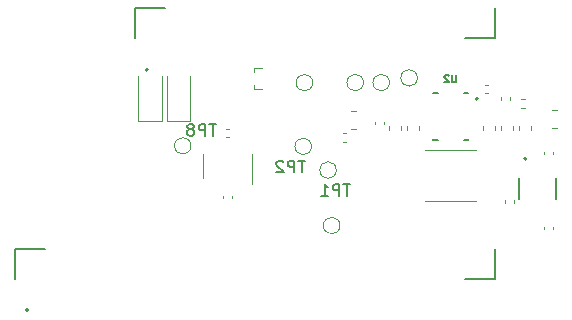
<source format=gbr>
G04 #@! TF.GenerationSoftware,KiCad,Pcbnew,6.0.10+dfsg-1~bpo11+1*
G04 #@! TF.CreationDate,2023-02-03T04:09:12+00:00*
G04 #@! TF.ProjectId,cellular-featherwing-pcb,63656c6c-756c-4617-922d-666561746865,rev?*
G04 #@! TF.SameCoordinates,Original*
G04 #@! TF.FileFunction,Legend,Bot*
G04 #@! TF.FilePolarity,Positive*
%FSLAX46Y46*%
G04 Gerber Fmt 4.6, Leading zero omitted, Abs format (unit mm)*
G04 Created by KiCad (PCBNEW 6.0.10+dfsg-1~bpo11+1) date 2023-02-03 04:09:12*
%MOMM*%
%LPD*%
G01*
G04 APERTURE LIST*
%ADD10C,0.150000*%
%ADD11C,0.120000*%
%ADD12C,0.200000*%
%ADD13C,0.127000*%
%ADD14C,0.010000*%
%ADD15R,1.270000X3.430000*%
%ADD16R,0.762000X0.355600*%
%ADD17C,1.000000*%
%ADD18R,1.100000X1.100000*%
%ADD19R,0.200000X1.100000*%
%ADD20R,0.200000X1.000000*%
%ADD21R,0.980000X3.400000*%
G04 APERTURE END LIST*
D10*
X143111904Y-92852380D02*
X142540476Y-92852380D01*
X142826190Y-93852380D02*
X142826190Y-92852380D01*
X142207142Y-93852380D02*
X142207142Y-92852380D01*
X141826190Y-92852380D01*
X141730952Y-92900000D01*
X141683333Y-92947619D01*
X141635714Y-93042857D01*
X141635714Y-93185714D01*
X141683333Y-93280952D01*
X141730952Y-93328571D01*
X141826190Y-93376190D01*
X142207142Y-93376190D01*
X141064285Y-93280952D02*
X141159523Y-93233333D01*
X141207142Y-93185714D01*
X141254761Y-93090476D01*
X141254761Y-93042857D01*
X141207142Y-92947619D01*
X141159523Y-92900000D01*
X141064285Y-92852380D01*
X140873809Y-92852380D01*
X140778571Y-92900000D01*
X140730952Y-92947619D01*
X140683333Y-93042857D01*
X140683333Y-93090476D01*
X140730952Y-93185714D01*
X140778571Y-93233333D01*
X140873809Y-93280952D01*
X141064285Y-93280952D01*
X141159523Y-93328571D01*
X141207142Y-93376190D01*
X141254761Y-93471428D01*
X141254761Y-93661904D01*
X141207142Y-93757142D01*
X141159523Y-93804761D01*
X141064285Y-93852380D01*
X140873809Y-93852380D01*
X140778571Y-93804761D01*
X140730952Y-93757142D01*
X140683333Y-93661904D01*
X140683333Y-93471428D01*
X140730952Y-93376190D01*
X140778571Y-93328571D01*
X140873809Y-93280952D01*
X154475104Y-97928380D02*
X153903676Y-97928380D01*
X154189390Y-98928380D02*
X154189390Y-97928380D01*
X153570342Y-98928380D02*
X153570342Y-97928380D01*
X153189390Y-97928380D01*
X153094152Y-97976000D01*
X153046533Y-98023619D01*
X152998914Y-98118857D01*
X152998914Y-98261714D01*
X153046533Y-98356952D01*
X153094152Y-98404571D01*
X153189390Y-98452190D01*
X153570342Y-98452190D01*
X152046533Y-98928380D02*
X152617961Y-98928380D01*
X152332247Y-98928380D02*
X152332247Y-97928380D01*
X152427485Y-98071238D01*
X152522723Y-98166476D01*
X152617961Y-98214095D01*
X163443119Y-88693123D02*
X163443119Y-89211219D01*
X163412642Y-89272171D01*
X163382166Y-89302647D01*
X163321214Y-89333123D01*
X163199309Y-89333123D01*
X163138357Y-89302647D01*
X163107880Y-89272171D01*
X163077404Y-89211219D01*
X163077404Y-88693123D01*
X162803119Y-88754076D02*
X162772642Y-88723600D01*
X162711690Y-88693123D01*
X162559309Y-88693123D01*
X162498357Y-88723600D01*
X162467880Y-88754076D01*
X162437404Y-88815028D01*
X162437404Y-88875980D01*
X162467880Y-88967409D01*
X162833595Y-89333123D01*
X162437404Y-89333123D01*
X150661904Y-95952380D02*
X150090476Y-95952380D01*
X150376190Y-96952380D02*
X150376190Y-95952380D01*
X149757142Y-96952380D02*
X149757142Y-95952380D01*
X149376190Y-95952380D01*
X149280952Y-96000000D01*
X149233333Y-96047619D01*
X149185714Y-96142857D01*
X149185714Y-96285714D01*
X149233333Y-96380952D01*
X149280952Y-96428571D01*
X149376190Y-96476190D01*
X149757142Y-96476190D01*
X148804761Y-96047619D02*
X148757142Y-96000000D01*
X148661904Y-95952380D01*
X148423809Y-95952380D01*
X148328571Y-96000000D01*
X148280952Y-96047619D01*
X148233333Y-96142857D01*
X148233333Y-96238095D01*
X148280952Y-96380952D01*
X148852380Y-96952380D01*
X148233333Y-96952380D01*
D11*
X167240000Y-93059420D02*
X167240000Y-93340580D01*
X168260000Y-93059420D02*
X168260000Y-93340580D01*
D12*
X166720000Y-105936000D02*
X166720000Y-103396000D01*
X126080000Y-103396000D02*
X126080000Y-105936000D01*
X128620000Y-103396000D02*
X126080000Y-103396000D01*
X166720000Y-105936000D02*
X164180000Y-105936000D01*
X127200000Y-108601000D02*
G75*
G03*
X127200000Y-108601000I-100000J0D01*
G01*
D11*
X146341200Y-88489460D02*
X146341200Y-88072900D01*
X146341200Y-89927100D02*
X146341200Y-89510540D01*
X146341200Y-88072900D02*
X146971725Y-88072900D01*
X146971725Y-89927100D02*
X146341200Y-89927100D01*
X147877900Y-86929900D02*
G75*
G03*
X147877900Y-86929900I-127000J0D01*
G01*
D13*
X171870000Y-97402500D02*
X171870000Y-99162500D01*
X168730000Y-97402500D02*
X168730000Y-99162500D01*
D12*
X169400000Y-95782500D02*
G75*
G03*
X169400000Y-95782500I-100000J0D01*
G01*
D11*
X141000000Y-94700000D02*
G75*
G03*
X141000000Y-94700000I-700000J0D01*
G01*
X144202036Y-93984400D02*
X143986364Y-93984400D01*
X144202036Y-93264400D02*
X143986364Y-93264400D01*
X171572936Y-91690000D02*
X172027064Y-91690000D01*
X171572936Y-93160000D02*
X172027064Y-93160000D01*
X166710000Y-93059420D02*
X166710000Y-93340580D01*
X165690000Y-93059420D02*
X165690000Y-93340580D01*
X154153641Y-94380000D02*
X153846359Y-94380000D01*
X154153641Y-93620000D02*
X153846359Y-93620000D01*
X159290000Y-93059420D02*
X159290000Y-93340580D01*
X160310000Y-93059420D02*
X160310000Y-93340580D01*
X153300000Y-96750000D02*
G75*
G03*
X153300000Y-96750000I-700000J0D01*
G01*
X171610000Y-101542164D02*
X171610000Y-101757836D01*
X170890000Y-101542164D02*
X170890000Y-101757836D01*
X140950000Y-92600000D02*
X140950000Y-88750000D01*
X138950000Y-92600000D02*
X138950000Y-88750000D01*
X140950000Y-92600000D02*
X138950000Y-92600000D01*
D13*
X164487500Y-90200000D02*
X164097500Y-90200000D01*
X161487500Y-90200000D02*
X161487500Y-90260000D01*
X164487500Y-90260000D02*
X164487500Y-90200000D01*
X161487500Y-94200000D02*
X161877500Y-94200000D01*
X161877500Y-90200000D02*
X161487500Y-90200000D01*
X161487500Y-94140000D02*
X161487500Y-94200000D01*
X164487500Y-94200000D02*
X164487500Y-94140000D01*
X164097500Y-94200000D02*
X164487500Y-94200000D01*
D12*
X165287500Y-90700000D02*
G75*
G03*
X165287500Y-90700000I-100000J0D01*
G01*
D11*
X155600000Y-89350000D02*
G75*
G03*
X155600000Y-89350000I-700000J0D01*
G01*
X154522936Y-93235000D02*
X154977064Y-93235000D01*
X154522936Y-91765000D02*
X154977064Y-91765000D01*
X156590000Y-92642164D02*
X156590000Y-92857836D01*
X157310000Y-92642164D02*
X157310000Y-92857836D01*
X167220000Y-90843641D02*
X167220000Y-90536359D01*
X167980000Y-90843641D02*
X167980000Y-90536359D01*
X169253641Y-90770000D02*
X168946359Y-90770000D01*
X169253641Y-91530000D02*
X168946359Y-91530000D01*
X146200000Y-95400000D02*
X146200000Y-97900000D01*
X142000000Y-95400000D02*
X142000000Y-97400000D01*
X160796000Y-99404000D02*
X165104000Y-99404000D01*
X165104000Y-95096000D02*
X160796000Y-95096000D01*
X171610000Y-95407836D02*
X171610000Y-95192164D01*
X170890000Y-95407836D02*
X170890000Y-95192164D01*
X143740000Y-98942164D02*
X143740000Y-99157836D01*
X144460000Y-98942164D02*
X144460000Y-99157836D01*
X157800000Y-89350000D02*
G75*
G03*
X157800000Y-89350000I-700000J0D01*
G01*
X136550000Y-92600000D02*
X136550000Y-88750000D01*
X138550000Y-92600000D02*
X138550000Y-88750000D01*
X138550000Y-92600000D02*
X136550000Y-92600000D01*
X158760000Y-93059420D02*
X158760000Y-93340580D01*
X157740000Y-93059420D02*
X157740000Y-93340580D01*
D12*
X138780000Y-83070000D02*
X136240000Y-83070000D01*
X136240000Y-83070000D02*
X136240000Y-85610000D01*
X166720000Y-85610000D02*
X166720000Y-83070000D01*
X166720000Y-85610000D02*
X164180000Y-85610000D01*
X137360000Y-88275000D02*
G75*
G03*
X137360000Y-88275000I-100000J0D01*
G01*
D11*
X168790000Y-93059420D02*
X168790000Y-93340580D01*
X169810000Y-93059420D02*
X169810000Y-93340580D01*
X153608000Y-101447600D02*
G75*
G03*
X153608000Y-101447600I-700000J0D01*
G01*
X151300000Y-89350000D02*
G75*
G03*
X151300000Y-89350000I-700000J0D01*
G01*
X167590000Y-99507836D02*
X167590000Y-99292164D01*
X168310000Y-99507836D02*
X168310000Y-99292164D01*
X165892164Y-89540000D02*
X166107836Y-89540000D01*
X165892164Y-90260000D02*
X166107836Y-90260000D01*
X160161200Y-88950800D02*
G75*
G03*
X160161200Y-88950800I-700000J0D01*
G01*
X151200000Y-94750000D02*
G75*
G03*
X151200000Y-94750000I-700000J0D01*
G01*
%LPC*%
G36*
X161797500Y-91512000D02*
G01*
X161807500Y-91514000D01*
X161816500Y-91516000D01*
X161826500Y-91519000D01*
X161835500Y-91523000D01*
X161844500Y-91526000D01*
X161853500Y-91531000D01*
X161862500Y-91535000D01*
X161870500Y-91541000D01*
X161879500Y-91546000D01*
X161887500Y-91552000D01*
X161915500Y-91580000D01*
X161921500Y-91588000D01*
X161926500Y-91597000D01*
X161932500Y-91605000D01*
X161936500Y-91614000D01*
X161941500Y-91623000D01*
X161944500Y-91632000D01*
X161948500Y-91641000D01*
X161951500Y-91651000D01*
X161953500Y-91660000D01*
X161955500Y-91670000D01*
X161957500Y-91690000D01*
X161957500Y-91710000D01*
X161955500Y-91730000D01*
X161953500Y-91740000D01*
X161951500Y-91749000D01*
X161948500Y-91759000D01*
X161944500Y-91768000D01*
X161941500Y-91777000D01*
X161936500Y-91786000D01*
X161932500Y-91795000D01*
X161926500Y-91803000D01*
X161921500Y-91812000D01*
X161915500Y-91820000D01*
X161887500Y-91848000D01*
X161879500Y-91854000D01*
X161870500Y-91859000D01*
X161862500Y-91865000D01*
X161853500Y-91869000D01*
X161844500Y-91874000D01*
X161835500Y-91877000D01*
X161826500Y-91881000D01*
X161816500Y-91884000D01*
X161807500Y-91886000D01*
X161797500Y-91888000D01*
X161777500Y-91890000D01*
X161397500Y-91890000D01*
X161377500Y-91888000D01*
X161367500Y-91886000D01*
X161358500Y-91884000D01*
X161348500Y-91881000D01*
X161339500Y-91877000D01*
X161330500Y-91874000D01*
X161321500Y-91869000D01*
X161312500Y-91865000D01*
X161304500Y-91859000D01*
X161295500Y-91854000D01*
X161287500Y-91848000D01*
X161259500Y-91820000D01*
X161253500Y-91812000D01*
X161248500Y-91803000D01*
X161242500Y-91795000D01*
X161238500Y-91786000D01*
X161233500Y-91777000D01*
X161230500Y-91768000D01*
X161226500Y-91759000D01*
X161223500Y-91749000D01*
X161221500Y-91740000D01*
X161219500Y-91730000D01*
X161217500Y-91710000D01*
X161217500Y-91690000D01*
X161219500Y-91670000D01*
X161221500Y-91660000D01*
X161223500Y-91651000D01*
X161226500Y-91641000D01*
X161230500Y-91632000D01*
X161233500Y-91623000D01*
X161238500Y-91614000D01*
X161242500Y-91605000D01*
X161248500Y-91597000D01*
X161253500Y-91588000D01*
X161259500Y-91580000D01*
X161287500Y-91552000D01*
X161295500Y-91546000D01*
X161304500Y-91541000D01*
X161312500Y-91535000D01*
X161321500Y-91531000D01*
X161330500Y-91526000D01*
X161339500Y-91523000D01*
X161348500Y-91519000D01*
X161358500Y-91516000D01*
X161367500Y-91514000D01*
X161377500Y-91512000D01*
X161397500Y-91510000D01*
X161777500Y-91510000D01*
X161797500Y-91512000D01*
G37*
D14*
X161797500Y-91512000D02*
X161807500Y-91514000D01*
X161816500Y-91516000D01*
X161826500Y-91519000D01*
X161835500Y-91523000D01*
X161844500Y-91526000D01*
X161853500Y-91531000D01*
X161862500Y-91535000D01*
X161870500Y-91541000D01*
X161879500Y-91546000D01*
X161887500Y-91552000D01*
X161915500Y-91580000D01*
X161921500Y-91588000D01*
X161926500Y-91597000D01*
X161932500Y-91605000D01*
X161936500Y-91614000D01*
X161941500Y-91623000D01*
X161944500Y-91632000D01*
X161948500Y-91641000D01*
X161951500Y-91651000D01*
X161953500Y-91660000D01*
X161955500Y-91670000D01*
X161957500Y-91690000D01*
X161957500Y-91710000D01*
X161955500Y-91730000D01*
X161953500Y-91740000D01*
X161951500Y-91749000D01*
X161948500Y-91759000D01*
X161944500Y-91768000D01*
X161941500Y-91777000D01*
X161936500Y-91786000D01*
X161932500Y-91795000D01*
X161926500Y-91803000D01*
X161921500Y-91812000D01*
X161915500Y-91820000D01*
X161887500Y-91848000D01*
X161879500Y-91854000D01*
X161870500Y-91859000D01*
X161862500Y-91865000D01*
X161853500Y-91869000D01*
X161844500Y-91874000D01*
X161835500Y-91877000D01*
X161826500Y-91881000D01*
X161816500Y-91884000D01*
X161807500Y-91886000D01*
X161797500Y-91888000D01*
X161777500Y-91890000D01*
X161397500Y-91890000D01*
X161377500Y-91888000D01*
X161367500Y-91886000D01*
X161358500Y-91884000D01*
X161348500Y-91881000D01*
X161339500Y-91877000D01*
X161330500Y-91874000D01*
X161321500Y-91869000D01*
X161312500Y-91865000D01*
X161304500Y-91859000D01*
X161295500Y-91854000D01*
X161287500Y-91848000D01*
X161259500Y-91820000D01*
X161253500Y-91812000D01*
X161248500Y-91803000D01*
X161242500Y-91795000D01*
X161238500Y-91786000D01*
X161233500Y-91777000D01*
X161230500Y-91768000D01*
X161226500Y-91759000D01*
X161223500Y-91749000D01*
X161221500Y-91740000D01*
X161219500Y-91730000D01*
X161217500Y-91710000D01*
X161217500Y-91690000D01*
X161219500Y-91670000D01*
X161221500Y-91660000D01*
X161223500Y-91651000D01*
X161226500Y-91641000D01*
X161230500Y-91632000D01*
X161233500Y-91623000D01*
X161238500Y-91614000D01*
X161242500Y-91605000D01*
X161248500Y-91597000D01*
X161253500Y-91588000D01*
X161259500Y-91580000D01*
X161287500Y-91552000D01*
X161295500Y-91546000D01*
X161304500Y-91541000D01*
X161312500Y-91535000D01*
X161321500Y-91531000D01*
X161330500Y-91526000D01*
X161339500Y-91523000D01*
X161348500Y-91519000D01*
X161358500Y-91516000D01*
X161367500Y-91514000D01*
X161377500Y-91512000D01*
X161397500Y-91510000D01*
X161777500Y-91510000D01*
X161797500Y-91512000D01*
G36*
X161797500Y-90512000D02*
G01*
X161807500Y-90514000D01*
X161816500Y-90516000D01*
X161826500Y-90519000D01*
X161835500Y-90523000D01*
X161844500Y-90526000D01*
X161853500Y-90531000D01*
X161862500Y-90535000D01*
X161870500Y-90541000D01*
X161879500Y-90546000D01*
X161887500Y-90552000D01*
X161915500Y-90580000D01*
X161921500Y-90588000D01*
X161926500Y-90597000D01*
X161932500Y-90605000D01*
X161936500Y-90614000D01*
X161941500Y-90623000D01*
X161944500Y-90632000D01*
X161948500Y-90641000D01*
X161951500Y-90651000D01*
X161953500Y-90660000D01*
X161955500Y-90670000D01*
X161957500Y-90690000D01*
X161957500Y-90710000D01*
X161955500Y-90730000D01*
X161953500Y-90740000D01*
X161951500Y-90749000D01*
X161948500Y-90759000D01*
X161944500Y-90768000D01*
X161941500Y-90777000D01*
X161936500Y-90786000D01*
X161932500Y-90795000D01*
X161926500Y-90803000D01*
X161921500Y-90812000D01*
X161915500Y-90820000D01*
X161887500Y-90848000D01*
X161879500Y-90854000D01*
X161870500Y-90859000D01*
X161862500Y-90865000D01*
X161853500Y-90869000D01*
X161844500Y-90874000D01*
X161835500Y-90877000D01*
X161826500Y-90881000D01*
X161816500Y-90884000D01*
X161807500Y-90886000D01*
X161797500Y-90888000D01*
X161777500Y-90890000D01*
X161397500Y-90890000D01*
X161377500Y-90888000D01*
X161367500Y-90886000D01*
X161358500Y-90884000D01*
X161348500Y-90881000D01*
X161339500Y-90877000D01*
X161330500Y-90874000D01*
X161321500Y-90869000D01*
X161312500Y-90865000D01*
X161304500Y-90859000D01*
X161295500Y-90854000D01*
X161287500Y-90848000D01*
X161259500Y-90820000D01*
X161253500Y-90812000D01*
X161248500Y-90803000D01*
X161242500Y-90795000D01*
X161238500Y-90786000D01*
X161233500Y-90777000D01*
X161230500Y-90768000D01*
X161226500Y-90759000D01*
X161223500Y-90749000D01*
X161221500Y-90740000D01*
X161219500Y-90730000D01*
X161217500Y-90710000D01*
X161217500Y-90690000D01*
X161219500Y-90670000D01*
X161221500Y-90660000D01*
X161223500Y-90651000D01*
X161226500Y-90641000D01*
X161230500Y-90632000D01*
X161233500Y-90623000D01*
X161238500Y-90614000D01*
X161242500Y-90605000D01*
X161248500Y-90597000D01*
X161253500Y-90588000D01*
X161259500Y-90580000D01*
X161287500Y-90552000D01*
X161295500Y-90546000D01*
X161304500Y-90541000D01*
X161312500Y-90535000D01*
X161321500Y-90531000D01*
X161330500Y-90526000D01*
X161339500Y-90523000D01*
X161348500Y-90519000D01*
X161358500Y-90516000D01*
X161367500Y-90514000D01*
X161377500Y-90512000D01*
X161397500Y-90510000D01*
X161777500Y-90510000D01*
X161797500Y-90512000D01*
G37*
X161797500Y-90512000D02*
X161807500Y-90514000D01*
X161816500Y-90516000D01*
X161826500Y-90519000D01*
X161835500Y-90523000D01*
X161844500Y-90526000D01*
X161853500Y-90531000D01*
X161862500Y-90535000D01*
X161870500Y-90541000D01*
X161879500Y-90546000D01*
X161887500Y-90552000D01*
X161915500Y-90580000D01*
X161921500Y-90588000D01*
X161926500Y-90597000D01*
X161932500Y-90605000D01*
X161936500Y-90614000D01*
X161941500Y-90623000D01*
X161944500Y-90632000D01*
X161948500Y-90641000D01*
X161951500Y-90651000D01*
X161953500Y-90660000D01*
X161955500Y-90670000D01*
X161957500Y-90690000D01*
X161957500Y-90710000D01*
X161955500Y-90730000D01*
X161953500Y-90740000D01*
X161951500Y-90749000D01*
X161948500Y-90759000D01*
X161944500Y-90768000D01*
X161941500Y-90777000D01*
X161936500Y-90786000D01*
X161932500Y-90795000D01*
X161926500Y-90803000D01*
X161921500Y-90812000D01*
X161915500Y-90820000D01*
X161887500Y-90848000D01*
X161879500Y-90854000D01*
X161870500Y-90859000D01*
X161862500Y-90865000D01*
X161853500Y-90869000D01*
X161844500Y-90874000D01*
X161835500Y-90877000D01*
X161826500Y-90881000D01*
X161816500Y-90884000D01*
X161807500Y-90886000D01*
X161797500Y-90888000D01*
X161777500Y-90890000D01*
X161397500Y-90890000D01*
X161377500Y-90888000D01*
X161367500Y-90886000D01*
X161358500Y-90884000D01*
X161348500Y-90881000D01*
X161339500Y-90877000D01*
X161330500Y-90874000D01*
X161321500Y-90869000D01*
X161312500Y-90865000D01*
X161304500Y-90859000D01*
X161295500Y-90854000D01*
X161287500Y-90848000D01*
X161259500Y-90820000D01*
X161253500Y-90812000D01*
X161248500Y-90803000D01*
X161242500Y-90795000D01*
X161238500Y-90786000D01*
X161233500Y-90777000D01*
X161230500Y-90768000D01*
X161226500Y-90759000D01*
X161223500Y-90749000D01*
X161221500Y-90740000D01*
X161219500Y-90730000D01*
X161217500Y-90710000D01*
X161217500Y-90690000D01*
X161219500Y-90670000D01*
X161221500Y-90660000D01*
X161223500Y-90651000D01*
X161226500Y-90641000D01*
X161230500Y-90632000D01*
X161233500Y-90623000D01*
X161238500Y-90614000D01*
X161242500Y-90605000D01*
X161248500Y-90597000D01*
X161253500Y-90588000D01*
X161259500Y-90580000D01*
X161287500Y-90552000D01*
X161295500Y-90546000D01*
X161304500Y-90541000D01*
X161312500Y-90535000D01*
X161321500Y-90531000D01*
X161330500Y-90526000D01*
X161339500Y-90523000D01*
X161348500Y-90519000D01*
X161358500Y-90516000D01*
X161367500Y-90514000D01*
X161377500Y-90512000D01*
X161397500Y-90510000D01*
X161777500Y-90510000D01*
X161797500Y-90512000D01*
G36*
X164597500Y-93012000D02*
G01*
X164607500Y-93014000D01*
X164616500Y-93016000D01*
X164626500Y-93019000D01*
X164635500Y-93023000D01*
X164644500Y-93026000D01*
X164653500Y-93031000D01*
X164662500Y-93035000D01*
X164670500Y-93041000D01*
X164679500Y-93046000D01*
X164687500Y-93052000D01*
X164715500Y-93080000D01*
X164721500Y-93088000D01*
X164726500Y-93097000D01*
X164732500Y-93105000D01*
X164736500Y-93114000D01*
X164741500Y-93123000D01*
X164744500Y-93132000D01*
X164748500Y-93141000D01*
X164751500Y-93151000D01*
X164753500Y-93160000D01*
X164755500Y-93170000D01*
X164757500Y-93190000D01*
X164757500Y-93210000D01*
X164755500Y-93230000D01*
X164753500Y-93240000D01*
X164751500Y-93249000D01*
X164748500Y-93259000D01*
X164744500Y-93268000D01*
X164741500Y-93277000D01*
X164736500Y-93286000D01*
X164732500Y-93295000D01*
X164726500Y-93303000D01*
X164721500Y-93312000D01*
X164715500Y-93320000D01*
X164687500Y-93348000D01*
X164679500Y-93354000D01*
X164670500Y-93359000D01*
X164662500Y-93365000D01*
X164653500Y-93369000D01*
X164644500Y-93374000D01*
X164635500Y-93377000D01*
X164626500Y-93381000D01*
X164616500Y-93384000D01*
X164607500Y-93386000D01*
X164597500Y-93388000D01*
X164577500Y-93390000D01*
X164197500Y-93390000D01*
X164177500Y-93388000D01*
X164167500Y-93386000D01*
X164158500Y-93384000D01*
X164148500Y-93381000D01*
X164139500Y-93377000D01*
X164130500Y-93374000D01*
X164121500Y-93369000D01*
X164112500Y-93365000D01*
X164104500Y-93359000D01*
X164095500Y-93354000D01*
X164087500Y-93348000D01*
X164059500Y-93320000D01*
X164053500Y-93312000D01*
X164048500Y-93303000D01*
X164042500Y-93295000D01*
X164038500Y-93286000D01*
X164033500Y-93277000D01*
X164030500Y-93268000D01*
X164026500Y-93259000D01*
X164023500Y-93249000D01*
X164021500Y-93240000D01*
X164019500Y-93230000D01*
X164017500Y-93210000D01*
X164017500Y-93190000D01*
X164019500Y-93170000D01*
X164021500Y-93160000D01*
X164023500Y-93151000D01*
X164026500Y-93141000D01*
X164030500Y-93132000D01*
X164033500Y-93123000D01*
X164038500Y-93114000D01*
X164042500Y-93105000D01*
X164048500Y-93097000D01*
X164053500Y-93088000D01*
X164059500Y-93080000D01*
X164087500Y-93052000D01*
X164095500Y-93046000D01*
X164104500Y-93041000D01*
X164112500Y-93035000D01*
X164121500Y-93031000D01*
X164130500Y-93026000D01*
X164139500Y-93023000D01*
X164148500Y-93019000D01*
X164158500Y-93016000D01*
X164167500Y-93014000D01*
X164177500Y-93012000D01*
X164197500Y-93010000D01*
X164577500Y-93010000D01*
X164597500Y-93012000D01*
G37*
X164597500Y-93012000D02*
X164607500Y-93014000D01*
X164616500Y-93016000D01*
X164626500Y-93019000D01*
X164635500Y-93023000D01*
X164644500Y-93026000D01*
X164653500Y-93031000D01*
X164662500Y-93035000D01*
X164670500Y-93041000D01*
X164679500Y-93046000D01*
X164687500Y-93052000D01*
X164715500Y-93080000D01*
X164721500Y-93088000D01*
X164726500Y-93097000D01*
X164732500Y-93105000D01*
X164736500Y-93114000D01*
X164741500Y-93123000D01*
X164744500Y-93132000D01*
X164748500Y-93141000D01*
X164751500Y-93151000D01*
X164753500Y-93160000D01*
X164755500Y-93170000D01*
X164757500Y-93190000D01*
X164757500Y-93210000D01*
X164755500Y-93230000D01*
X164753500Y-93240000D01*
X164751500Y-93249000D01*
X164748500Y-93259000D01*
X164744500Y-93268000D01*
X164741500Y-93277000D01*
X164736500Y-93286000D01*
X164732500Y-93295000D01*
X164726500Y-93303000D01*
X164721500Y-93312000D01*
X164715500Y-93320000D01*
X164687500Y-93348000D01*
X164679500Y-93354000D01*
X164670500Y-93359000D01*
X164662500Y-93365000D01*
X164653500Y-93369000D01*
X164644500Y-93374000D01*
X164635500Y-93377000D01*
X164626500Y-93381000D01*
X164616500Y-93384000D01*
X164607500Y-93386000D01*
X164597500Y-93388000D01*
X164577500Y-93390000D01*
X164197500Y-93390000D01*
X164177500Y-93388000D01*
X164167500Y-93386000D01*
X164158500Y-93384000D01*
X164148500Y-93381000D01*
X164139500Y-93377000D01*
X164130500Y-93374000D01*
X164121500Y-93369000D01*
X164112500Y-93365000D01*
X164104500Y-93359000D01*
X164095500Y-93354000D01*
X164087500Y-93348000D01*
X164059500Y-93320000D01*
X164053500Y-93312000D01*
X164048500Y-93303000D01*
X164042500Y-93295000D01*
X164038500Y-93286000D01*
X164033500Y-93277000D01*
X164030500Y-93268000D01*
X164026500Y-93259000D01*
X164023500Y-93249000D01*
X164021500Y-93240000D01*
X164019500Y-93230000D01*
X164017500Y-93210000D01*
X164017500Y-93190000D01*
X164019500Y-93170000D01*
X164021500Y-93160000D01*
X164023500Y-93151000D01*
X164026500Y-93141000D01*
X164030500Y-93132000D01*
X164033500Y-93123000D01*
X164038500Y-93114000D01*
X164042500Y-93105000D01*
X164048500Y-93097000D01*
X164053500Y-93088000D01*
X164059500Y-93080000D01*
X164087500Y-93052000D01*
X164095500Y-93046000D01*
X164104500Y-93041000D01*
X164112500Y-93035000D01*
X164121500Y-93031000D01*
X164130500Y-93026000D01*
X164139500Y-93023000D01*
X164148500Y-93019000D01*
X164158500Y-93016000D01*
X164167500Y-93014000D01*
X164177500Y-93012000D01*
X164197500Y-93010000D01*
X164577500Y-93010000D01*
X164597500Y-93012000D01*
G36*
X161797500Y-92512000D02*
G01*
X161807500Y-92514000D01*
X161816500Y-92516000D01*
X161826500Y-92519000D01*
X161835500Y-92523000D01*
X161844500Y-92526000D01*
X161853500Y-92531000D01*
X161862500Y-92535000D01*
X161870500Y-92541000D01*
X161879500Y-92546000D01*
X161887500Y-92552000D01*
X161915500Y-92580000D01*
X161921500Y-92588000D01*
X161926500Y-92597000D01*
X161932500Y-92605000D01*
X161936500Y-92614000D01*
X161941500Y-92623000D01*
X161944500Y-92632000D01*
X161948500Y-92641000D01*
X161951500Y-92651000D01*
X161953500Y-92660000D01*
X161955500Y-92670000D01*
X161957500Y-92690000D01*
X161957500Y-92710000D01*
X161955500Y-92730000D01*
X161953500Y-92740000D01*
X161951500Y-92749000D01*
X161948500Y-92759000D01*
X161944500Y-92768000D01*
X161941500Y-92777000D01*
X161936500Y-92786000D01*
X161932500Y-92795000D01*
X161926500Y-92803000D01*
X161921500Y-92812000D01*
X161915500Y-92820000D01*
X161887500Y-92848000D01*
X161879500Y-92854000D01*
X161870500Y-92859000D01*
X161862500Y-92865000D01*
X161853500Y-92869000D01*
X161844500Y-92874000D01*
X161835500Y-92877000D01*
X161826500Y-92881000D01*
X161816500Y-92884000D01*
X161807500Y-92886000D01*
X161797500Y-92888000D01*
X161777500Y-92890000D01*
X161397500Y-92890000D01*
X161377500Y-92888000D01*
X161367500Y-92886000D01*
X161358500Y-92884000D01*
X161348500Y-92881000D01*
X161339500Y-92877000D01*
X161330500Y-92874000D01*
X161321500Y-92869000D01*
X161312500Y-92865000D01*
X161304500Y-92859000D01*
X161295500Y-92854000D01*
X161287500Y-92848000D01*
X161259500Y-92820000D01*
X161253500Y-92812000D01*
X161248500Y-92803000D01*
X161242500Y-92795000D01*
X161238500Y-92786000D01*
X161233500Y-92777000D01*
X161230500Y-92768000D01*
X161226500Y-92759000D01*
X161223500Y-92749000D01*
X161221500Y-92740000D01*
X161219500Y-92730000D01*
X161217500Y-92710000D01*
X161217500Y-92690000D01*
X161219500Y-92670000D01*
X161221500Y-92660000D01*
X161223500Y-92651000D01*
X161226500Y-92641000D01*
X161230500Y-92632000D01*
X161233500Y-92623000D01*
X161238500Y-92614000D01*
X161242500Y-92605000D01*
X161248500Y-92597000D01*
X161253500Y-92588000D01*
X161259500Y-92580000D01*
X161287500Y-92552000D01*
X161295500Y-92546000D01*
X161304500Y-92541000D01*
X161312500Y-92535000D01*
X161321500Y-92531000D01*
X161330500Y-92526000D01*
X161339500Y-92523000D01*
X161348500Y-92519000D01*
X161358500Y-92516000D01*
X161367500Y-92514000D01*
X161377500Y-92512000D01*
X161397500Y-92510000D01*
X161777500Y-92510000D01*
X161797500Y-92512000D01*
G37*
X161797500Y-92512000D02*
X161807500Y-92514000D01*
X161816500Y-92516000D01*
X161826500Y-92519000D01*
X161835500Y-92523000D01*
X161844500Y-92526000D01*
X161853500Y-92531000D01*
X161862500Y-92535000D01*
X161870500Y-92541000D01*
X161879500Y-92546000D01*
X161887500Y-92552000D01*
X161915500Y-92580000D01*
X161921500Y-92588000D01*
X161926500Y-92597000D01*
X161932500Y-92605000D01*
X161936500Y-92614000D01*
X161941500Y-92623000D01*
X161944500Y-92632000D01*
X161948500Y-92641000D01*
X161951500Y-92651000D01*
X161953500Y-92660000D01*
X161955500Y-92670000D01*
X161957500Y-92690000D01*
X161957500Y-92710000D01*
X161955500Y-92730000D01*
X161953500Y-92740000D01*
X161951500Y-92749000D01*
X161948500Y-92759000D01*
X161944500Y-92768000D01*
X161941500Y-92777000D01*
X161936500Y-92786000D01*
X161932500Y-92795000D01*
X161926500Y-92803000D01*
X161921500Y-92812000D01*
X161915500Y-92820000D01*
X161887500Y-92848000D01*
X161879500Y-92854000D01*
X161870500Y-92859000D01*
X161862500Y-92865000D01*
X161853500Y-92869000D01*
X161844500Y-92874000D01*
X161835500Y-92877000D01*
X161826500Y-92881000D01*
X161816500Y-92884000D01*
X161807500Y-92886000D01*
X161797500Y-92888000D01*
X161777500Y-92890000D01*
X161397500Y-92890000D01*
X161377500Y-92888000D01*
X161367500Y-92886000D01*
X161358500Y-92884000D01*
X161348500Y-92881000D01*
X161339500Y-92877000D01*
X161330500Y-92874000D01*
X161321500Y-92869000D01*
X161312500Y-92865000D01*
X161304500Y-92859000D01*
X161295500Y-92854000D01*
X161287500Y-92848000D01*
X161259500Y-92820000D01*
X161253500Y-92812000D01*
X161248500Y-92803000D01*
X161242500Y-92795000D01*
X161238500Y-92786000D01*
X161233500Y-92777000D01*
X161230500Y-92768000D01*
X161226500Y-92759000D01*
X161223500Y-92749000D01*
X161221500Y-92740000D01*
X161219500Y-92730000D01*
X161217500Y-92710000D01*
X161217500Y-92690000D01*
X161219500Y-92670000D01*
X161221500Y-92660000D01*
X161223500Y-92651000D01*
X161226500Y-92641000D01*
X161230500Y-92632000D01*
X161233500Y-92623000D01*
X161238500Y-92614000D01*
X161242500Y-92605000D01*
X161248500Y-92597000D01*
X161253500Y-92588000D01*
X161259500Y-92580000D01*
X161287500Y-92552000D01*
X161295500Y-92546000D01*
X161304500Y-92541000D01*
X161312500Y-92535000D01*
X161321500Y-92531000D01*
X161330500Y-92526000D01*
X161339500Y-92523000D01*
X161348500Y-92519000D01*
X161358500Y-92516000D01*
X161367500Y-92514000D01*
X161377500Y-92512000D01*
X161397500Y-92510000D01*
X161777500Y-92510000D01*
X161797500Y-92512000D01*
G36*
X161797500Y-93012000D02*
G01*
X161807500Y-93014000D01*
X161816500Y-93016000D01*
X161826500Y-93019000D01*
X161835500Y-93023000D01*
X161844500Y-93026000D01*
X161853500Y-93031000D01*
X161862500Y-93035000D01*
X161870500Y-93041000D01*
X161879500Y-93046000D01*
X161887500Y-93052000D01*
X161915500Y-93080000D01*
X161921500Y-93088000D01*
X161926500Y-93097000D01*
X161932500Y-93105000D01*
X161936500Y-93114000D01*
X161941500Y-93123000D01*
X161944500Y-93132000D01*
X161948500Y-93141000D01*
X161951500Y-93151000D01*
X161953500Y-93160000D01*
X161955500Y-93170000D01*
X161957500Y-93190000D01*
X161957500Y-93210000D01*
X161955500Y-93230000D01*
X161953500Y-93240000D01*
X161951500Y-93249000D01*
X161948500Y-93259000D01*
X161944500Y-93268000D01*
X161941500Y-93277000D01*
X161936500Y-93286000D01*
X161932500Y-93295000D01*
X161926500Y-93303000D01*
X161921500Y-93312000D01*
X161915500Y-93320000D01*
X161887500Y-93348000D01*
X161879500Y-93354000D01*
X161870500Y-93359000D01*
X161862500Y-93365000D01*
X161853500Y-93369000D01*
X161844500Y-93374000D01*
X161835500Y-93377000D01*
X161826500Y-93381000D01*
X161816500Y-93384000D01*
X161807500Y-93386000D01*
X161797500Y-93388000D01*
X161777500Y-93390000D01*
X161397500Y-93390000D01*
X161377500Y-93388000D01*
X161367500Y-93386000D01*
X161358500Y-93384000D01*
X161348500Y-93381000D01*
X161339500Y-93377000D01*
X161330500Y-93374000D01*
X161321500Y-93369000D01*
X161312500Y-93365000D01*
X161304500Y-93359000D01*
X161295500Y-93354000D01*
X161287500Y-93348000D01*
X161259500Y-93320000D01*
X161253500Y-93312000D01*
X161248500Y-93303000D01*
X161242500Y-93295000D01*
X161238500Y-93286000D01*
X161233500Y-93277000D01*
X161230500Y-93268000D01*
X161226500Y-93259000D01*
X161223500Y-93249000D01*
X161221500Y-93240000D01*
X161219500Y-93230000D01*
X161217500Y-93210000D01*
X161217500Y-93190000D01*
X161219500Y-93170000D01*
X161221500Y-93160000D01*
X161223500Y-93151000D01*
X161226500Y-93141000D01*
X161230500Y-93132000D01*
X161233500Y-93123000D01*
X161238500Y-93114000D01*
X161242500Y-93105000D01*
X161248500Y-93097000D01*
X161253500Y-93088000D01*
X161259500Y-93080000D01*
X161287500Y-93052000D01*
X161295500Y-93046000D01*
X161304500Y-93041000D01*
X161312500Y-93035000D01*
X161321500Y-93031000D01*
X161330500Y-93026000D01*
X161339500Y-93023000D01*
X161348500Y-93019000D01*
X161358500Y-93016000D01*
X161367500Y-93014000D01*
X161377500Y-93012000D01*
X161397500Y-93010000D01*
X161777500Y-93010000D01*
X161797500Y-93012000D01*
G37*
X161797500Y-93012000D02*
X161807500Y-93014000D01*
X161816500Y-93016000D01*
X161826500Y-93019000D01*
X161835500Y-93023000D01*
X161844500Y-93026000D01*
X161853500Y-93031000D01*
X161862500Y-93035000D01*
X161870500Y-93041000D01*
X161879500Y-93046000D01*
X161887500Y-93052000D01*
X161915500Y-93080000D01*
X161921500Y-93088000D01*
X161926500Y-93097000D01*
X161932500Y-93105000D01*
X161936500Y-93114000D01*
X161941500Y-93123000D01*
X161944500Y-93132000D01*
X161948500Y-93141000D01*
X161951500Y-93151000D01*
X161953500Y-93160000D01*
X161955500Y-93170000D01*
X161957500Y-93190000D01*
X161957500Y-93210000D01*
X161955500Y-93230000D01*
X161953500Y-93240000D01*
X161951500Y-93249000D01*
X161948500Y-93259000D01*
X161944500Y-93268000D01*
X161941500Y-93277000D01*
X161936500Y-93286000D01*
X161932500Y-93295000D01*
X161926500Y-93303000D01*
X161921500Y-93312000D01*
X161915500Y-93320000D01*
X161887500Y-93348000D01*
X161879500Y-93354000D01*
X161870500Y-93359000D01*
X161862500Y-93365000D01*
X161853500Y-93369000D01*
X161844500Y-93374000D01*
X161835500Y-93377000D01*
X161826500Y-93381000D01*
X161816500Y-93384000D01*
X161807500Y-93386000D01*
X161797500Y-93388000D01*
X161777500Y-93390000D01*
X161397500Y-93390000D01*
X161377500Y-93388000D01*
X161367500Y-93386000D01*
X161358500Y-93384000D01*
X161348500Y-93381000D01*
X161339500Y-93377000D01*
X161330500Y-93374000D01*
X161321500Y-93369000D01*
X161312500Y-93365000D01*
X161304500Y-93359000D01*
X161295500Y-93354000D01*
X161287500Y-93348000D01*
X161259500Y-93320000D01*
X161253500Y-93312000D01*
X161248500Y-93303000D01*
X161242500Y-93295000D01*
X161238500Y-93286000D01*
X161233500Y-93277000D01*
X161230500Y-93268000D01*
X161226500Y-93259000D01*
X161223500Y-93249000D01*
X161221500Y-93240000D01*
X161219500Y-93230000D01*
X161217500Y-93210000D01*
X161217500Y-93190000D01*
X161219500Y-93170000D01*
X161221500Y-93160000D01*
X161223500Y-93151000D01*
X161226500Y-93141000D01*
X161230500Y-93132000D01*
X161233500Y-93123000D01*
X161238500Y-93114000D01*
X161242500Y-93105000D01*
X161248500Y-93097000D01*
X161253500Y-93088000D01*
X161259500Y-93080000D01*
X161287500Y-93052000D01*
X161295500Y-93046000D01*
X161304500Y-93041000D01*
X161312500Y-93035000D01*
X161321500Y-93031000D01*
X161330500Y-93026000D01*
X161339500Y-93023000D01*
X161348500Y-93019000D01*
X161358500Y-93016000D01*
X161367500Y-93014000D01*
X161377500Y-93012000D01*
X161397500Y-93010000D01*
X161777500Y-93010000D01*
X161797500Y-93012000D01*
G36*
X164597500Y-91512000D02*
G01*
X164607500Y-91514000D01*
X164616500Y-91516000D01*
X164626500Y-91519000D01*
X164635500Y-91523000D01*
X164644500Y-91526000D01*
X164653500Y-91531000D01*
X164662500Y-91535000D01*
X164670500Y-91541000D01*
X164679500Y-91546000D01*
X164687500Y-91552000D01*
X164715500Y-91580000D01*
X164721500Y-91588000D01*
X164726500Y-91597000D01*
X164732500Y-91605000D01*
X164736500Y-91614000D01*
X164741500Y-91623000D01*
X164744500Y-91632000D01*
X164748500Y-91641000D01*
X164751500Y-91651000D01*
X164753500Y-91660000D01*
X164755500Y-91670000D01*
X164757500Y-91690000D01*
X164757500Y-91710000D01*
X164755500Y-91730000D01*
X164753500Y-91740000D01*
X164751500Y-91749000D01*
X164748500Y-91759000D01*
X164744500Y-91768000D01*
X164741500Y-91777000D01*
X164736500Y-91786000D01*
X164732500Y-91795000D01*
X164726500Y-91803000D01*
X164721500Y-91812000D01*
X164715500Y-91820000D01*
X164687500Y-91848000D01*
X164679500Y-91854000D01*
X164670500Y-91859000D01*
X164662500Y-91865000D01*
X164653500Y-91869000D01*
X164644500Y-91874000D01*
X164635500Y-91877000D01*
X164626500Y-91881000D01*
X164616500Y-91884000D01*
X164607500Y-91886000D01*
X164597500Y-91888000D01*
X164577500Y-91890000D01*
X164197500Y-91890000D01*
X164177500Y-91888000D01*
X164167500Y-91886000D01*
X164158500Y-91884000D01*
X164148500Y-91881000D01*
X164139500Y-91877000D01*
X164130500Y-91874000D01*
X164121500Y-91869000D01*
X164112500Y-91865000D01*
X164104500Y-91859000D01*
X164095500Y-91854000D01*
X164087500Y-91848000D01*
X164059500Y-91820000D01*
X164053500Y-91812000D01*
X164048500Y-91803000D01*
X164042500Y-91795000D01*
X164038500Y-91786000D01*
X164033500Y-91777000D01*
X164030500Y-91768000D01*
X164026500Y-91759000D01*
X164023500Y-91749000D01*
X164021500Y-91740000D01*
X164019500Y-91730000D01*
X164017500Y-91710000D01*
X164017500Y-91690000D01*
X164019500Y-91670000D01*
X164021500Y-91660000D01*
X164023500Y-91651000D01*
X164026500Y-91641000D01*
X164030500Y-91632000D01*
X164033500Y-91623000D01*
X164038500Y-91614000D01*
X164042500Y-91605000D01*
X164048500Y-91597000D01*
X164053500Y-91588000D01*
X164059500Y-91580000D01*
X164087500Y-91552000D01*
X164095500Y-91546000D01*
X164104500Y-91541000D01*
X164112500Y-91535000D01*
X164121500Y-91531000D01*
X164130500Y-91526000D01*
X164139500Y-91523000D01*
X164148500Y-91519000D01*
X164158500Y-91516000D01*
X164167500Y-91514000D01*
X164177500Y-91512000D01*
X164197500Y-91510000D01*
X164577500Y-91510000D01*
X164597500Y-91512000D01*
G37*
X164597500Y-91512000D02*
X164607500Y-91514000D01*
X164616500Y-91516000D01*
X164626500Y-91519000D01*
X164635500Y-91523000D01*
X164644500Y-91526000D01*
X164653500Y-91531000D01*
X164662500Y-91535000D01*
X164670500Y-91541000D01*
X164679500Y-91546000D01*
X164687500Y-91552000D01*
X164715500Y-91580000D01*
X164721500Y-91588000D01*
X164726500Y-91597000D01*
X164732500Y-91605000D01*
X164736500Y-91614000D01*
X164741500Y-91623000D01*
X164744500Y-91632000D01*
X164748500Y-91641000D01*
X164751500Y-91651000D01*
X164753500Y-91660000D01*
X164755500Y-91670000D01*
X164757500Y-91690000D01*
X164757500Y-91710000D01*
X164755500Y-91730000D01*
X164753500Y-91740000D01*
X164751500Y-91749000D01*
X164748500Y-91759000D01*
X164744500Y-91768000D01*
X164741500Y-91777000D01*
X164736500Y-91786000D01*
X164732500Y-91795000D01*
X164726500Y-91803000D01*
X164721500Y-91812000D01*
X164715500Y-91820000D01*
X164687500Y-91848000D01*
X164679500Y-91854000D01*
X164670500Y-91859000D01*
X164662500Y-91865000D01*
X164653500Y-91869000D01*
X164644500Y-91874000D01*
X164635500Y-91877000D01*
X164626500Y-91881000D01*
X164616500Y-91884000D01*
X164607500Y-91886000D01*
X164597500Y-91888000D01*
X164577500Y-91890000D01*
X164197500Y-91890000D01*
X164177500Y-91888000D01*
X164167500Y-91886000D01*
X164158500Y-91884000D01*
X164148500Y-91881000D01*
X164139500Y-91877000D01*
X164130500Y-91874000D01*
X164121500Y-91869000D01*
X164112500Y-91865000D01*
X164104500Y-91859000D01*
X164095500Y-91854000D01*
X164087500Y-91848000D01*
X164059500Y-91820000D01*
X164053500Y-91812000D01*
X164048500Y-91803000D01*
X164042500Y-91795000D01*
X164038500Y-91786000D01*
X164033500Y-91777000D01*
X164030500Y-91768000D01*
X164026500Y-91759000D01*
X164023500Y-91749000D01*
X164021500Y-91740000D01*
X164019500Y-91730000D01*
X164017500Y-91710000D01*
X164017500Y-91690000D01*
X164019500Y-91670000D01*
X164021500Y-91660000D01*
X164023500Y-91651000D01*
X164026500Y-91641000D01*
X164030500Y-91632000D01*
X164033500Y-91623000D01*
X164038500Y-91614000D01*
X164042500Y-91605000D01*
X164048500Y-91597000D01*
X164053500Y-91588000D01*
X164059500Y-91580000D01*
X164087500Y-91552000D01*
X164095500Y-91546000D01*
X164104500Y-91541000D01*
X164112500Y-91535000D01*
X164121500Y-91531000D01*
X164130500Y-91526000D01*
X164139500Y-91523000D01*
X164148500Y-91519000D01*
X164158500Y-91516000D01*
X164167500Y-91514000D01*
X164177500Y-91512000D01*
X164197500Y-91510000D01*
X164577500Y-91510000D01*
X164597500Y-91512000D01*
G36*
X164597500Y-93512000D02*
G01*
X164607500Y-93514000D01*
X164616500Y-93516000D01*
X164626500Y-93519000D01*
X164635500Y-93523000D01*
X164644500Y-93526000D01*
X164653500Y-93531000D01*
X164662500Y-93535000D01*
X164670500Y-93541000D01*
X164679500Y-93546000D01*
X164687500Y-93552000D01*
X164715500Y-93580000D01*
X164721500Y-93588000D01*
X164726500Y-93597000D01*
X164732500Y-93605000D01*
X164736500Y-93614000D01*
X164741500Y-93623000D01*
X164744500Y-93632000D01*
X164748500Y-93641000D01*
X164751500Y-93651000D01*
X164753500Y-93660000D01*
X164755500Y-93670000D01*
X164757500Y-93690000D01*
X164757500Y-93710000D01*
X164755500Y-93730000D01*
X164753500Y-93740000D01*
X164751500Y-93749000D01*
X164748500Y-93759000D01*
X164744500Y-93768000D01*
X164741500Y-93777000D01*
X164736500Y-93786000D01*
X164732500Y-93795000D01*
X164726500Y-93803000D01*
X164721500Y-93812000D01*
X164715500Y-93820000D01*
X164687500Y-93848000D01*
X164679500Y-93854000D01*
X164670500Y-93859000D01*
X164662500Y-93865000D01*
X164653500Y-93869000D01*
X164644500Y-93874000D01*
X164635500Y-93877000D01*
X164626500Y-93881000D01*
X164616500Y-93884000D01*
X164607500Y-93886000D01*
X164597500Y-93888000D01*
X164577500Y-93890000D01*
X164197500Y-93890000D01*
X164177500Y-93888000D01*
X164167500Y-93886000D01*
X164158500Y-93884000D01*
X164148500Y-93881000D01*
X164139500Y-93877000D01*
X164130500Y-93874000D01*
X164121500Y-93869000D01*
X164112500Y-93865000D01*
X164104500Y-93859000D01*
X164095500Y-93854000D01*
X164087500Y-93848000D01*
X164059500Y-93820000D01*
X164053500Y-93812000D01*
X164048500Y-93803000D01*
X164042500Y-93795000D01*
X164038500Y-93786000D01*
X164033500Y-93777000D01*
X164030500Y-93768000D01*
X164026500Y-93759000D01*
X164023500Y-93749000D01*
X164021500Y-93740000D01*
X164019500Y-93730000D01*
X164017500Y-93710000D01*
X164017500Y-93690000D01*
X164019500Y-93670000D01*
X164021500Y-93660000D01*
X164023500Y-93651000D01*
X164026500Y-93641000D01*
X164030500Y-93632000D01*
X164033500Y-93623000D01*
X164038500Y-93614000D01*
X164042500Y-93605000D01*
X164048500Y-93597000D01*
X164053500Y-93588000D01*
X164059500Y-93580000D01*
X164087500Y-93552000D01*
X164095500Y-93546000D01*
X164104500Y-93541000D01*
X164112500Y-93535000D01*
X164121500Y-93531000D01*
X164130500Y-93526000D01*
X164139500Y-93523000D01*
X164148500Y-93519000D01*
X164158500Y-93516000D01*
X164167500Y-93514000D01*
X164177500Y-93512000D01*
X164197500Y-93510000D01*
X164577500Y-93510000D01*
X164597500Y-93512000D01*
G37*
X164597500Y-93512000D02*
X164607500Y-93514000D01*
X164616500Y-93516000D01*
X164626500Y-93519000D01*
X164635500Y-93523000D01*
X164644500Y-93526000D01*
X164653500Y-93531000D01*
X164662500Y-93535000D01*
X164670500Y-93541000D01*
X164679500Y-93546000D01*
X164687500Y-93552000D01*
X164715500Y-93580000D01*
X164721500Y-93588000D01*
X164726500Y-93597000D01*
X164732500Y-93605000D01*
X164736500Y-93614000D01*
X164741500Y-93623000D01*
X164744500Y-93632000D01*
X164748500Y-93641000D01*
X164751500Y-93651000D01*
X164753500Y-93660000D01*
X164755500Y-93670000D01*
X164757500Y-93690000D01*
X164757500Y-93710000D01*
X164755500Y-93730000D01*
X164753500Y-93740000D01*
X164751500Y-93749000D01*
X164748500Y-93759000D01*
X164744500Y-93768000D01*
X164741500Y-93777000D01*
X164736500Y-93786000D01*
X164732500Y-93795000D01*
X164726500Y-93803000D01*
X164721500Y-93812000D01*
X164715500Y-93820000D01*
X164687500Y-93848000D01*
X164679500Y-93854000D01*
X164670500Y-93859000D01*
X164662500Y-93865000D01*
X164653500Y-93869000D01*
X164644500Y-93874000D01*
X164635500Y-93877000D01*
X164626500Y-93881000D01*
X164616500Y-93884000D01*
X164607500Y-93886000D01*
X164597500Y-93888000D01*
X164577500Y-93890000D01*
X164197500Y-93890000D01*
X164177500Y-93888000D01*
X164167500Y-93886000D01*
X164158500Y-93884000D01*
X164148500Y-93881000D01*
X164139500Y-93877000D01*
X164130500Y-93874000D01*
X164121500Y-93869000D01*
X164112500Y-93865000D01*
X164104500Y-93859000D01*
X164095500Y-93854000D01*
X164087500Y-93848000D01*
X164059500Y-93820000D01*
X164053500Y-93812000D01*
X164048500Y-93803000D01*
X164042500Y-93795000D01*
X164038500Y-93786000D01*
X164033500Y-93777000D01*
X164030500Y-93768000D01*
X164026500Y-93759000D01*
X164023500Y-93749000D01*
X164021500Y-93740000D01*
X164019500Y-93730000D01*
X164017500Y-93710000D01*
X164017500Y-93690000D01*
X164019500Y-93670000D01*
X164021500Y-93660000D01*
X164023500Y-93651000D01*
X164026500Y-93641000D01*
X164030500Y-93632000D01*
X164033500Y-93623000D01*
X164038500Y-93614000D01*
X164042500Y-93605000D01*
X164048500Y-93597000D01*
X164053500Y-93588000D01*
X164059500Y-93580000D01*
X164087500Y-93552000D01*
X164095500Y-93546000D01*
X164104500Y-93541000D01*
X164112500Y-93535000D01*
X164121500Y-93531000D01*
X164130500Y-93526000D01*
X164139500Y-93523000D01*
X164148500Y-93519000D01*
X164158500Y-93516000D01*
X164167500Y-93514000D01*
X164177500Y-93512000D01*
X164197500Y-93510000D01*
X164577500Y-93510000D01*
X164597500Y-93512000D01*
G36*
X162467500Y-90705000D02*
G01*
X162587500Y-90705000D01*
X162587500Y-89930000D01*
X162927500Y-89930000D01*
X162927500Y-90705000D01*
X163047500Y-90705000D01*
X163047500Y-89930000D01*
X163387500Y-89930000D01*
X163387500Y-90705000D01*
X163507500Y-90705000D01*
X163507500Y-89930000D01*
X163847500Y-89930000D01*
X163847500Y-94470000D01*
X163507500Y-94470000D01*
X163507500Y-93695000D01*
X163387500Y-93695000D01*
X163387500Y-94470000D01*
X163047500Y-94470000D01*
X163047500Y-93695000D01*
X162927500Y-93695000D01*
X162927500Y-94470000D01*
X162587500Y-94470000D01*
X162587500Y-93695000D01*
X162467500Y-93695000D01*
X162467500Y-94470000D01*
X162127500Y-94470000D01*
X162127500Y-89930000D01*
X162467500Y-89930000D01*
X162467500Y-90705000D01*
G37*
X162467500Y-90705000D02*
X162587500Y-90705000D01*
X162587500Y-89930000D01*
X162927500Y-89930000D01*
X162927500Y-90705000D01*
X163047500Y-90705000D01*
X163047500Y-89930000D01*
X163387500Y-89930000D01*
X163387500Y-90705000D01*
X163507500Y-90705000D01*
X163507500Y-89930000D01*
X163847500Y-89930000D01*
X163847500Y-94470000D01*
X163507500Y-94470000D01*
X163507500Y-93695000D01*
X163387500Y-93695000D01*
X163387500Y-94470000D01*
X163047500Y-94470000D01*
X163047500Y-93695000D01*
X162927500Y-93695000D01*
X162927500Y-94470000D01*
X162587500Y-94470000D01*
X162587500Y-93695000D01*
X162467500Y-93695000D01*
X162467500Y-94470000D01*
X162127500Y-94470000D01*
X162127500Y-89930000D01*
X162467500Y-89930000D01*
X162467500Y-90705000D01*
G36*
X164597500Y-92512000D02*
G01*
X164607500Y-92514000D01*
X164616500Y-92516000D01*
X164626500Y-92519000D01*
X164635500Y-92523000D01*
X164644500Y-92526000D01*
X164653500Y-92531000D01*
X164662500Y-92535000D01*
X164670500Y-92541000D01*
X164679500Y-92546000D01*
X164687500Y-92552000D01*
X164715500Y-92580000D01*
X164721500Y-92588000D01*
X164726500Y-92597000D01*
X164732500Y-92605000D01*
X164736500Y-92614000D01*
X164741500Y-92623000D01*
X164744500Y-92632000D01*
X164748500Y-92641000D01*
X164751500Y-92651000D01*
X164753500Y-92660000D01*
X164755500Y-92670000D01*
X164757500Y-92690000D01*
X164757500Y-92710000D01*
X164755500Y-92730000D01*
X164753500Y-92740000D01*
X164751500Y-92749000D01*
X164748500Y-92759000D01*
X164744500Y-92768000D01*
X164741500Y-92777000D01*
X164736500Y-92786000D01*
X164732500Y-92795000D01*
X164726500Y-92803000D01*
X164721500Y-92812000D01*
X164715500Y-92820000D01*
X164687500Y-92848000D01*
X164679500Y-92854000D01*
X164670500Y-92859000D01*
X164662500Y-92865000D01*
X164653500Y-92869000D01*
X164644500Y-92874000D01*
X164635500Y-92877000D01*
X164626500Y-92881000D01*
X164616500Y-92884000D01*
X164607500Y-92886000D01*
X164597500Y-92888000D01*
X164577500Y-92890000D01*
X164197500Y-92890000D01*
X164177500Y-92888000D01*
X164167500Y-92886000D01*
X164158500Y-92884000D01*
X164148500Y-92881000D01*
X164139500Y-92877000D01*
X164130500Y-92874000D01*
X164121500Y-92869000D01*
X164112500Y-92865000D01*
X164104500Y-92859000D01*
X164095500Y-92854000D01*
X164087500Y-92848000D01*
X164059500Y-92820000D01*
X164053500Y-92812000D01*
X164048500Y-92803000D01*
X164042500Y-92795000D01*
X164038500Y-92786000D01*
X164033500Y-92777000D01*
X164030500Y-92768000D01*
X164026500Y-92759000D01*
X164023500Y-92749000D01*
X164021500Y-92740000D01*
X164019500Y-92730000D01*
X164017500Y-92710000D01*
X164017500Y-92690000D01*
X164019500Y-92670000D01*
X164021500Y-92660000D01*
X164023500Y-92651000D01*
X164026500Y-92641000D01*
X164030500Y-92632000D01*
X164033500Y-92623000D01*
X164038500Y-92614000D01*
X164042500Y-92605000D01*
X164048500Y-92597000D01*
X164053500Y-92588000D01*
X164059500Y-92580000D01*
X164087500Y-92552000D01*
X164095500Y-92546000D01*
X164104500Y-92541000D01*
X164112500Y-92535000D01*
X164121500Y-92531000D01*
X164130500Y-92526000D01*
X164139500Y-92523000D01*
X164148500Y-92519000D01*
X164158500Y-92516000D01*
X164167500Y-92514000D01*
X164177500Y-92512000D01*
X164197500Y-92510000D01*
X164577500Y-92510000D01*
X164597500Y-92512000D01*
G37*
X164597500Y-92512000D02*
X164607500Y-92514000D01*
X164616500Y-92516000D01*
X164626500Y-92519000D01*
X164635500Y-92523000D01*
X164644500Y-92526000D01*
X164653500Y-92531000D01*
X164662500Y-92535000D01*
X164670500Y-92541000D01*
X164679500Y-92546000D01*
X164687500Y-92552000D01*
X164715500Y-92580000D01*
X164721500Y-92588000D01*
X164726500Y-92597000D01*
X164732500Y-92605000D01*
X164736500Y-92614000D01*
X164741500Y-92623000D01*
X164744500Y-92632000D01*
X164748500Y-92641000D01*
X164751500Y-92651000D01*
X164753500Y-92660000D01*
X164755500Y-92670000D01*
X164757500Y-92690000D01*
X164757500Y-92710000D01*
X164755500Y-92730000D01*
X164753500Y-92740000D01*
X164751500Y-92749000D01*
X164748500Y-92759000D01*
X164744500Y-92768000D01*
X164741500Y-92777000D01*
X164736500Y-92786000D01*
X164732500Y-92795000D01*
X164726500Y-92803000D01*
X164721500Y-92812000D01*
X164715500Y-92820000D01*
X164687500Y-92848000D01*
X164679500Y-92854000D01*
X164670500Y-92859000D01*
X164662500Y-92865000D01*
X164653500Y-92869000D01*
X164644500Y-92874000D01*
X164635500Y-92877000D01*
X164626500Y-92881000D01*
X164616500Y-92884000D01*
X164607500Y-92886000D01*
X164597500Y-92888000D01*
X164577500Y-92890000D01*
X164197500Y-92890000D01*
X164177500Y-92888000D01*
X164167500Y-92886000D01*
X164158500Y-92884000D01*
X164148500Y-92881000D01*
X164139500Y-92877000D01*
X164130500Y-92874000D01*
X164121500Y-92869000D01*
X164112500Y-92865000D01*
X164104500Y-92859000D01*
X164095500Y-92854000D01*
X164087500Y-92848000D01*
X164059500Y-92820000D01*
X164053500Y-92812000D01*
X164048500Y-92803000D01*
X164042500Y-92795000D01*
X164038500Y-92786000D01*
X164033500Y-92777000D01*
X164030500Y-92768000D01*
X164026500Y-92759000D01*
X164023500Y-92749000D01*
X164021500Y-92740000D01*
X164019500Y-92730000D01*
X164017500Y-92710000D01*
X164017500Y-92690000D01*
X164019500Y-92670000D01*
X164021500Y-92660000D01*
X164023500Y-92651000D01*
X164026500Y-92641000D01*
X164030500Y-92632000D01*
X164033500Y-92623000D01*
X164038500Y-92614000D01*
X164042500Y-92605000D01*
X164048500Y-92597000D01*
X164053500Y-92588000D01*
X164059500Y-92580000D01*
X164087500Y-92552000D01*
X164095500Y-92546000D01*
X164104500Y-92541000D01*
X164112500Y-92535000D01*
X164121500Y-92531000D01*
X164130500Y-92526000D01*
X164139500Y-92523000D01*
X164148500Y-92519000D01*
X164158500Y-92516000D01*
X164167500Y-92514000D01*
X164177500Y-92512000D01*
X164197500Y-92510000D01*
X164577500Y-92510000D01*
X164597500Y-92512000D01*
G36*
X164597500Y-91012000D02*
G01*
X164607500Y-91014000D01*
X164616500Y-91016000D01*
X164626500Y-91019000D01*
X164635500Y-91023000D01*
X164644500Y-91026000D01*
X164653500Y-91031000D01*
X164662500Y-91035000D01*
X164670500Y-91041000D01*
X164679500Y-91046000D01*
X164687500Y-91052000D01*
X164715500Y-91080000D01*
X164721500Y-91088000D01*
X164726500Y-91097000D01*
X164732500Y-91105000D01*
X164736500Y-91114000D01*
X164741500Y-91123000D01*
X164744500Y-91132000D01*
X164748500Y-91141000D01*
X164751500Y-91151000D01*
X164753500Y-91160000D01*
X164755500Y-91170000D01*
X164757500Y-91190000D01*
X164757500Y-91210000D01*
X164755500Y-91230000D01*
X164753500Y-91240000D01*
X164751500Y-91249000D01*
X164748500Y-91259000D01*
X164744500Y-91268000D01*
X164741500Y-91277000D01*
X164736500Y-91286000D01*
X164732500Y-91295000D01*
X164726500Y-91303000D01*
X164721500Y-91312000D01*
X164715500Y-91320000D01*
X164687500Y-91348000D01*
X164679500Y-91354000D01*
X164670500Y-91359000D01*
X164662500Y-91365000D01*
X164653500Y-91369000D01*
X164644500Y-91374000D01*
X164635500Y-91377000D01*
X164626500Y-91381000D01*
X164616500Y-91384000D01*
X164607500Y-91386000D01*
X164597500Y-91388000D01*
X164577500Y-91390000D01*
X164197500Y-91390000D01*
X164177500Y-91388000D01*
X164167500Y-91386000D01*
X164158500Y-91384000D01*
X164148500Y-91381000D01*
X164139500Y-91377000D01*
X164130500Y-91374000D01*
X164121500Y-91369000D01*
X164112500Y-91365000D01*
X164104500Y-91359000D01*
X164095500Y-91354000D01*
X164087500Y-91348000D01*
X164059500Y-91320000D01*
X164053500Y-91312000D01*
X164048500Y-91303000D01*
X164042500Y-91295000D01*
X164038500Y-91286000D01*
X164033500Y-91277000D01*
X164030500Y-91268000D01*
X164026500Y-91259000D01*
X164023500Y-91249000D01*
X164021500Y-91240000D01*
X164019500Y-91230000D01*
X164017500Y-91210000D01*
X164017500Y-91190000D01*
X164019500Y-91170000D01*
X164021500Y-91160000D01*
X164023500Y-91151000D01*
X164026500Y-91141000D01*
X164030500Y-91132000D01*
X164033500Y-91123000D01*
X164038500Y-91114000D01*
X164042500Y-91105000D01*
X164048500Y-91097000D01*
X164053500Y-91088000D01*
X164059500Y-91080000D01*
X164087500Y-91052000D01*
X164095500Y-91046000D01*
X164104500Y-91041000D01*
X164112500Y-91035000D01*
X164121500Y-91031000D01*
X164130500Y-91026000D01*
X164139500Y-91023000D01*
X164148500Y-91019000D01*
X164158500Y-91016000D01*
X164167500Y-91014000D01*
X164177500Y-91012000D01*
X164197500Y-91010000D01*
X164577500Y-91010000D01*
X164597500Y-91012000D01*
G37*
X164597500Y-91012000D02*
X164607500Y-91014000D01*
X164616500Y-91016000D01*
X164626500Y-91019000D01*
X164635500Y-91023000D01*
X164644500Y-91026000D01*
X164653500Y-91031000D01*
X164662500Y-91035000D01*
X164670500Y-91041000D01*
X164679500Y-91046000D01*
X164687500Y-91052000D01*
X164715500Y-91080000D01*
X164721500Y-91088000D01*
X164726500Y-91097000D01*
X164732500Y-91105000D01*
X164736500Y-91114000D01*
X164741500Y-91123000D01*
X164744500Y-91132000D01*
X164748500Y-91141000D01*
X164751500Y-91151000D01*
X164753500Y-91160000D01*
X164755500Y-91170000D01*
X164757500Y-91190000D01*
X164757500Y-91210000D01*
X164755500Y-91230000D01*
X164753500Y-91240000D01*
X164751500Y-91249000D01*
X164748500Y-91259000D01*
X164744500Y-91268000D01*
X164741500Y-91277000D01*
X164736500Y-91286000D01*
X164732500Y-91295000D01*
X164726500Y-91303000D01*
X164721500Y-91312000D01*
X164715500Y-91320000D01*
X164687500Y-91348000D01*
X164679500Y-91354000D01*
X164670500Y-91359000D01*
X164662500Y-91365000D01*
X164653500Y-91369000D01*
X164644500Y-91374000D01*
X164635500Y-91377000D01*
X164626500Y-91381000D01*
X164616500Y-91384000D01*
X164607500Y-91386000D01*
X164597500Y-91388000D01*
X164577500Y-91390000D01*
X164197500Y-91390000D01*
X164177500Y-91388000D01*
X164167500Y-91386000D01*
X164158500Y-91384000D01*
X164148500Y-91381000D01*
X164139500Y-91377000D01*
X164130500Y-91374000D01*
X164121500Y-91369000D01*
X164112500Y-91365000D01*
X164104500Y-91359000D01*
X164095500Y-91354000D01*
X164087500Y-91348000D01*
X164059500Y-91320000D01*
X164053500Y-91312000D01*
X164048500Y-91303000D01*
X164042500Y-91295000D01*
X164038500Y-91286000D01*
X164033500Y-91277000D01*
X164030500Y-91268000D01*
X164026500Y-91259000D01*
X164023500Y-91249000D01*
X164021500Y-91240000D01*
X164019500Y-91230000D01*
X164017500Y-91210000D01*
X164017500Y-91190000D01*
X164019500Y-91170000D01*
X164021500Y-91160000D01*
X164023500Y-91151000D01*
X164026500Y-91141000D01*
X164030500Y-91132000D01*
X164033500Y-91123000D01*
X164038500Y-91114000D01*
X164042500Y-91105000D01*
X164048500Y-91097000D01*
X164053500Y-91088000D01*
X164059500Y-91080000D01*
X164087500Y-91052000D01*
X164095500Y-91046000D01*
X164104500Y-91041000D01*
X164112500Y-91035000D01*
X164121500Y-91031000D01*
X164130500Y-91026000D01*
X164139500Y-91023000D01*
X164148500Y-91019000D01*
X164158500Y-91016000D01*
X164167500Y-91014000D01*
X164177500Y-91012000D01*
X164197500Y-91010000D01*
X164577500Y-91010000D01*
X164597500Y-91012000D01*
G36*
X161797500Y-92012000D02*
G01*
X161807500Y-92014000D01*
X161816500Y-92016000D01*
X161826500Y-92019000D01*
X161835500Y-92023000D01*
X161844500Y-92026000D01*
X161853500Y-92031000D01*
X161862500Y-92035000D01*
X161870500Y-92041000D01*
X161879500Y-92046000D01*
X161887500Y-92052000D01*
X161915500Y-92080000D01*
X161921500Y-92088000D01*
X161926500Y-92097000D01*
X161932500Y-92105000D01*
X161936500Y-92114000D01*
X161941500Y-92123000D01*
X161944500Y-92132000D01*
X161948500Y-92141000D01*
X161951500Y-92151000D01*
X161953500Y-92160000D01*
X161955500Y-92170000D01*
X161957500Y-92190000D01*
X161957500Y-92210000D01*
X161955500Y-92230000D01*
X161953500Y-92240000D01*
X161951500Y-92249000D01*
X161948500Y-92259000D01*
X161944500Y-92268000D01*
X161941500Y-92277000D01*
X161936500Y-92286000D01*
X161932500Y-92295000D01*
X161926500Y-92303000D01*
X161921500Y-92312000D01*
X161915500Y-92320000D01*
X161887500Y-92348000D01*
X161879500Y-92354000D01*
X161870500Y-92359000D01*
X161862500Y-92365000D01*
X161853500Y-92369000D01*
X161844500Y-92374000D01*
X161835500Y-92377000D01*
X161826500Y-92381000D01*
X161816500Y-92384000D01*
X161807500Y-92386000D01*
X161797500Y-92388000D01*
X161777500Y-92390000D01*
X161397500Y-92390000D01*
X161377500Y-92388000D01*
X161367500Y-92386000D01*
X161358500Y-92384000D01*
X161348500Y-92381000D01*
X161339500Y-92377000D01*
X161330500Y-92374000D01*
X161321500Y-92369000D01*
X161312500Y-92365000D01*
X161304500Y-92359000D01*
X161295500Y-92354000D01*
X161287500Y-92348000D01*
X161259500Y-92320000D01*
X161253500Y-92312000D01*
X161248500Y-92303000D01*
X161242500Y-92295000D01*
X161238500Y-92286000D01*
X161233500Y-92277000D01*
X161230500Y-92268000D01*
X161226500Y-92259000D01*
X161223500Y-92249000D01*
X161221500Y-92240000D01*
X161219500Y-92230000D01*
X161217500Y-92210000D01*
X161217500Y-92190000D01*
X161219500Y-92170000D01*
X161221500Y-92160000D01*
X161223500Y-92151000D01*
X161226500Y-92141000D01*
X161230500Y-92132000D01*
X161233500Y-92123000D01*
X161238500Y-92114000D01*
X161242500Y-92105000D01*
X161248500Y-92097000D01*
X161253500Y-92088000D01*
X161259500Y-92080000D01*
X161287500Y-92052000D01*
X161295500Y-92046000D01*
X161304500Y-92041000D01*
X161312500Y-92035000D01*
X161321500Y-92031000D01*
X161330500Y-92026000D01*
X161339500Y-92023000D01*
X161348500Y-92019000D01*
X161358500Y-92016000D01*
X161367500Y-92014000D01*
X161377500Y-92012000D01*
X161397500Y-92010000D01*
X161777500Y-92010000D01*
X161797500Y-92012000D01*
G37*
X161797500Y-92012000D02*
X161807500Y-92014000D01*
X161816500Y-92016000D01*
X161826500Y-92019000D01*
X161835500Y-92023000D01*
X161844500Y-92026000D01*
X161853500Y-92031000D01*
X161862500Y-92035000D01*
X161870500Y-92041000D01*
X161879500Y-92046000D01*
X161887500Y-92052000D01*
X161915500Y-92080000D01*
X161921500Y-92088000D01*
X161926500Y-92097000D01*
X161932500Y-92105000D01*
X161936500Y-92114000D01*
X161941500Y-92123000D01*
X161944500Y-92132000D01*
X161948500Y-92141000D01*
X161951500Y-92151000D01*
X161953500Y-92160000D01*
X161955500Y-92170000D01*
X161957500Y-92190000D01*
X161957500Y-92210000D01*
X161955500Y-92230000D01*
X161953500Y-92240000D01*
X161951500Y-92249000D01*
X161948500Y-92259000D01*
X161944500Y-92268000D01*
X161941500Y-92277000D01*
X161936500Y-92286000D01*
X161932500Y-92295000D01*
X161926500Y-92303000D01*
X161921500Y-92312000D01*
X161915500Y-92320000D01*
X161887500Y-92348000D01*
X161879500Y-92354000D01*
X161870500Y-92359000D01*
X161862500Y-92365000D01*
X161853500Y-92369000D01*
X161844500Y-92374000D01*
X161835500Y-92377000D01*
X161826500Y-92381000D01*
X161816500Y-92384000D01*
X161807500Y-92386000D01*
X161797500Y-92388000D01*
X161777500Y-92390000D01*
X161397500Y-92390000D01*
X161377500Y-92388000D01*
X161367500Y-92386000D01*
X161358500Y-92384000D01*
X161348500Y-92381000D01*
X161339500Y-92377000D01*
X161330500Y-92374000D01*
X161321500Y-92369000D01*
X161312500Y-92365000D01*
X161304500Y-92359000D01*
X161295500Y-92354000D01*
X161287500Y-92348000D01*
X161259500Y-92320000D01*
X161253500Y-92312000D01*
X161248500Y-92303000D01*
X161242500Y-92295000D01*
X161238500Y-92286000D01*
X161233500Y-92277000D01*
X161230500Y-92268000D01*
X161226500Y-92259000D01*
X161223500Y-92249000D01*
X161221500Y-92240000D01*
X161219500Y-92230000D01*
X161217500Y-92210000D01*
X161217500Y-92190000D01*
X161219500Y-92170000D01*
X161221500Y-92160000D01*
X161223500Y-92151000D01*
X161226500Y-92141000D01*
X161230500Y-92132000D01*
X161233500Y-92123000D01*
X161238500Y-92114000D01*
X161242500Y-92105000D01*
X161248500Y-92097000D01*
X161253500Y-92088000D01*
X161259500Y-92080000D01*
X161287500Y-92052000D01*
X161295500Y-92046000D01*
X161304500Y-92041000D01*
X161312500Y-92035000D01*
X161321500Y-92031000D01*
X161330500Y-92026000D01*
X161339500Y-92023000D01*
X161348500Y-92019000D01*
X161358500Y-92016000D01*
X161367500Y-92014000D01*
X161377500Y-92012000D01*
X161397500Y-92010000D01*
X161777500Y-92010000D01*
X161797500Y-92012000D01*
G36*
X161797500Y-93512000D02*
G01*
X161807500Y-93514000D01*
X161816500Y-93516000D01*
X161826500Y-93519000D01*
X161835500Y-93523000D01*
X161844500Y-93526000D01*
X161853500Y-93531000D01*
X161862500Y-93535000D01*
X161870500Y-93541000D01*
X161879500Y-93546000D01*
X161887500Y-93552000D01*
X161915500Y-93580000D01*
X161921500Y-93588000D01*
X161926500Y-93597000D01*
X161932500Y-93605000D01*
X161936500Y-93614000D01*
X161941500Y-93623000D01*
X161944500Y-93632000D01*
X161948500Y-93641000D01*
X161951500Y-93651000D01*
X161953500Y-93660000D01*
X161955500Y-93670000D01*
X161957500Y-93690000D01*
X161957500Y-93710000D01*
X161955500Y-93730000D01*
X161953500Y-93740000D01*
X161951500Y-93749000D01*
X161948500Y-93759000D01*
X161944500Y-93768000D01*
X161941500Y-93777000D01*
X161936500Y-93786000D01*
X161932500Y-93795000D01*
X161926500Y-93803000D01*
X161921500Y-93812000D01*
X161915500Y-93820000D01*
X161887500Y-93848000D01*
X161879500Y-93854000D01*
X161870500Y-93859000D01*
X161862500Y-93865000D01*
X161853500Y-93869000D01*
X161844500Y-93874000D01*
X161835500Y-93877000D01*
X161826500Y-93881000D01*
X161816500Y-93884000D01*
X161807500Y-93886000D01*
X161797500Y-93888000D01*
X161777500Y-93890000D01*
X161397500Y-93890000D01*
X161377500Y-93888000D01*
X161367500Y-93886000D01*
X161358500Y-93884000D01*
X161348500Y-93881000D01*
X161339500Y-93877000D01*
X161330500Y-93874000D01*
X161321500Y-93869000D01*
X161312500Y-93865000D01*
X161304500Y-93859000D01*
X161295500Y-93854000D01*
X161287500Y-93848000D01*
X161259500Y-93820000D01*
X161253500Y-93812000D01*
X161248500Y-93803000D01*
X161242500Y-93795000D01*
X161238500Y-93786000D01*
X161233500Y-93777000D01*
X161230500Y-93768000D01*
X161226500Y-93759000D01*
X161223500Y-93749000D01*
X161221500Y-93740000D01*
X161219500Y-93730000D01*
X161217500Y-93710000D01*
X161217500Y-93690000D01*
X161219500Y-93670000D01*
X161221500Y-93660000D01*
X161223500Y-93651000D01*
X161226500Y-93641000D01*
X161230500Y-93632000D01*
X161233500Y-93623000D01*
X161238500Y-93614000D01*
X161242500Y-93605000D01*
X161248500Y-93597000D01*
X161253500Y-93588000D01*
X161259500Y-93580000D01*
X161287500Y-93552000D01*
X161295500Y-93546000D01*
X161304500Y-93541000D01*
X161312500Y-93535000D01*
X161321500Y-93531000D01*
X161330500Y-93526000D01*
X161339500Y-93523000D01*
X161348500Y-93519000D01*
X161358500Y-93516000D01*
X161367500Y-93514000D01*
X161377500Y-93512000D01*
X161397500Y-93510000D01*
X161777500Y-93510000D01*
X161797500Y-93512000D01*
G37*
X161797500Y-93512000D02*
X161807500Y-93514000D01*
X161816500Y-93516000D01*
X161826500Y-93519000D01*
X161835500Y-93523000D01*
X161844500Y-93526000D01*
X161853500Y-93531000D01*
X161862500Y-93535000D01*
X161870500Y-93541000D01*
X161879500Y-93546000D01*
X161887500Y-93552000D01*
X161915500Y-93580000D01*
X161921500Y-93588000D01*
X161926500Y-93597000D01*
X161932500Y-93605000D01*
X161936500Y-93614000D01*
X161941500Y-93623000D01*
X161944500Y-93632000D01*
X161948500Y-93641000D01*
X161951500Y-93651000D01*
X161953500Y-93660000D01*
X161955500Y-93670000D01*
X161957500Y-93690000D01*
X161957500Y-93710000D01*
X161955500Y-93730000D01*
X161953500Y-93740000D01*
X161951500Y-93749000D01*
X161948500Y-93759000D01*
X161944500Y-93768000D01*
X161941500Y-93777000D01*
X161936500Y-93786000D01*
X161932500Y-93795000D01*
X161926500Y-93803000D01*
X161921500Y-93812000D01*
X161915500Y-93820000D01*
X161887500Y-93848000D01*
X161879500Y-93854000D01*
X161870500Y-93859000D01*
X161862500Y-93865000D01*
X161853500Y-93869000D01*
X161844500Y-93874000D01*
X161835500Y-93877000D01*
X161826500Y-93881000D01*
X161816500Y-93884000D01*
X161807500Y-93886000D01*
X161797500Y-93888000D01*
X161777500Y-93890000D01*
X161397500Y-93890000D01*
X161377500Y-93888000D01*
X161367500Y-93886000D01*
X161358500Y-93884000D01*
X161348500Y-93881000D01*
X161339500Y-93877000D01*
X161330500Y-93874000D01*
X161321500Y-93869000D01*
X161312500Y-93865000D01*
X161304500Y-93859000D01*
X161295500Y-93854000D01*
X161287500Y-93848000D01*
X161259500Y-93820000D01*
X161253500Y-93812000D01*
X161248500Y-93803000D01*
X161242500Y-93795000D01*
X161238500Y-93786000D01*
X161233500Y-93777000D01*
X161230500Y-93768000D01*
X161226500Y-93759000D01*
X161223500Y-93749000D01*
X161221500Y-93740000D01*
X161219500Y-93730000D01*
X161217500Y-93710000D01*
X161217500Y-93690000D01*
X161219500Y-93670000D01*
X161221500Y-93660000D01*
X161223500Y-93651000D01*
X161226500Y-93641000D01*
X161230500Y-93632000D01*
X161233500Y-93623000D01*
X161238500Y-93614000D01*
X161242500Y-93605000D01*
X161248500Y-93597000D01*
X161253500Y-93588000D01*
X161259500Y-93580000D01*
X161287500Y-93552000D01*
X161295500Y-93546000D01*
X161304500Y-93541000D01*
X161312500Y-93535000D01*
X161321500Y-93531000D01*
X161330500Y-93526000D01*
X161339500Y-93523000D01*
X161348500Y-93519000D01*
X161358500Y-93516000D01*
X161367500Y-93514000D01*
X161377500Y-93512000D01*
X161397500Y-93510000D01*
X161777500Y-93510000D01*
X161797500Y-93512000D01*
G36*
X164597500Y-92012000D02*
G01*
X164607500Y-92014000D01*
X164616500Y-92016000D01*
X164626500Y-92019000D01*
X164635500Y-92023000D01*
X164644500Y-92026000D01*
X164653500Y-92031000D01*
X164662500Y-92035000D01*
X164670500Y-92041000D01*
X164679500Y-92046000D01*
X164687500Y-92052000D01*
X164715500Y-92080000D01*
X164721500Y-92088000D01*
X164726500Y-92097000D01*
X164732500Y-92105000D01*
X164736500Y-92114000D01*
X164741500Y-92123000D01*
X164744500Y-92132000D01*
X164748500Y-92141000D01*
X164751500Y-92151000D01*
X164753500Y-92160000D01*
X164755500Y-92170000D01*
X164757500Y-92190000D01*
X164757500Y-92210000D01*
X164755500Y-92230000D01*
X164753500Y-92240000D01*
X164751500Y-92249000D01*
X164748500Y-92259000D01*
X164744500Y-92268000D01*
X164741500Y-92277000D01*
X164736500Y-92286000D01*
X164732500Y-92295000D01*
X164726500Y-92303000D01*
X164721500Y-92312000D01*
X164715500Y-92320000D01*
X164687500Y-92348000D01*
X164679500Y-92354000D01*
X164670500Y-92359000D01*
X164662500Y-92365000D01*
X164653500Y-92369000D01*
X164644500Y-92374000D01*
X164635500Y-92377000D01*
X164626500Y-92381000D01*
X164616500Y-92384000D01*
X164607500Y-92386000D01*
X164597500Y-92388000D01*
X164577500Y-92390000D01*
X164197500Y-92390000D01*
X164177500Y-92388000D01*
X164167500Y-92386000D01*
X164158500Y-92384000D01*
X164148500Y-92381000D01*
X164139500Y-92377000D01*
X164130500Y-92374000D01*
X164121500Y-92369000D01*
X164112500Y-92365000D01*
X164104500Y-92359000D01*
X164095500Y-92354000D01*
X164087500Y-92348000D01*
X164059500Y-92320000D01*
X164053500Y-92312000D01*
X164048500Y-92303000D01*
X164042500Y-92295000D01*
X164038500Y-92286000D01*
X164033500Y-92277000D01*
X164030500Y-92268000D01*
X164026500Y-92259000D01*
X164023500Y-92249000D01*
X164021500Y-92240000D01*
X164019500Y-92230000D01*
X164017500Y-92210000D01*
X164017500Y-92190000D01*
X164019500Y-92170000D01*
X164021500Y-92160000D01*
X164023500Y-92151000D01*
X164026500Y-92141000D01*
X164030500Y-92132000D01*
X164033500Y-92123000D01*
X164038500Y-92114000D01*
X164042500Y-92105000D01*
X164048500Y-92097000D01*
X164053500Y-92088000D01*
X164059500Y-92080000D01*
X164087500Y-92052000D01*
X164095500Y-92046000D01*
X164104500Y-92041000D01*
X164112500Y-92035000D01*
X164121500Y-92031000D01*
X164130500Y-92026000D01*
X164139500Y-92023000D01*
X164148500Y-92019000D01*
X164158500Y-92016000D01*
X164167500Y-92014000D01*
X164177500Y-92012000D01*
X164197500Y-92010000D01*
X164577500Y-92010000D01*
X164597500Y-92012000D01*
G37*
X164597500Y-92012000D02*
X164607500Y-92014000D01*
X164616500Y-92016000D01*
X164626500Y-92019000D01*
X164635500Y-92023000D01*
X164644500Y-92026000D01*
X164653500Y-92031000D01*
X164662500Y-92035000D01*
X164670500Y-92041000D01*
X164679500Y-92046000D01*
X164687500Y-92052000D01*
X164715500Y-92080000D01*
X164721500Y-92088000D01*
X164726500Y-92097000D01*
X164732500Y-92105000D01*
X164736500Y-92114000D01*
X164741500Y-92123000D01*
X164744500Y-92132000D01*
X164748500Y-92141000D01*
X164751500Y-92151000D01*
X164753500Y-92160000D01*
X164755500Y-92170000D01*
X164757500Y-92190000D01*
X164757500Y-92210000D01*
X164755500Y-92230000D01*
X164753500Y-92240000D01*
X164751500Y-92249000D01*
X164748500Y-92259000D01*
X164744500Y-92268000D01*
X164741500Y-92277000D01*
X164736500Y-92286000D01*
X164732500Y-92295000D01*
X164726500Y-92303000D01*
X164721500Y-92312000D01*
X164715500Y-92320000D01*
X164687500Y-92348000D01*
X164679500Y-92354000D01*
X164670500Y-92359000D01*
X164662500Y-92365000D01*
X164653500Y-92369000D01*
X164644500Y-92374000D01*
X164635500Y-92377000D01*
X164626500Y-92381000D01*
X164616500Y-92384000D01*
X164607500Y-92386000D01*
X164597500Y-92388000D01*
X164577500Y-92390000D01*
X164197500Y-92390000D01*
X164177500Y-92388000D01*
X164167500Y-92386000D01*
X164158500Y-92384000D01*
X164148500Y-92381000D01*
X164139500Y-92377000D01*
X164130500Y-92374000D01*
X164121500Y-92369000D01*
X164112500Y-92365000D01*
X164104500Y-92359000D01*
X164095500Y-92354000D01*
X164087500Y-92348000D01*
X164059500Y-92320000D01*
X164053500Y-92312000D01*
X164048500Y-92303000D01*
X164042500Y-92295000D01*
X164038500Y-92286000D01*
X164033500Y-92277000D01*
X164030500Y-92268000D01*
X164026500Y-92259000D01*
X164023500Y-92249000D01*
X164021500Y-92240000D01*
X164019500Y-92230000D01*
X164017500Y-92210000D01*
X164017500Y-92190000D01*
X164019500Y-92170000D01*
X164021500Y-92160000D01*
X164023500Y-92151000D01*
X164026500Y-92141000D01*
X164030500Y-92132000D01*
X164033500Y-92123000D01*
X164038500Y-92114000D01*
X164042500Y-92105000D01*
X164048500Y-92097000D01*
X164053500Y-92088000D01*
X164059500Y-92080000D01*
X164087500Y-92052000D01*
X164095500Y-92046000D01*
X164104500Y-92041000D01*
X164112500Y-92035000D01*
X164121500Y-92031000D01*
X164130500Y-92026000D01*
X164139500Y-92023000D01*
X164148500Y-92019000D01*
X164158500Y-92016000D01*
X164167500Y-92014000D01*
X164177500Y-92012000D01*
X164197500Y-92010000D01*
X164577500Y-92010000D01*
X164597500Y-92012000D01*
G36*
X161797500Y-91012000D02*
G01*
X161807500Y-91014000D01*
X161816500Y-91016000D01*
X161826500Y-91019000D01*
X161835500Y-91023000D01*
X161844500Y-91026000D01*
X161853500Y-91031000D01*
X161862500Y-91035000D01*
X161870500Y-91041000D01*
X161879500Y-91046000D01*
X161887500Y-91052000D01*
X161915500Y-91080000D01*
X161921500Y-91088000D01*
X161926500Y-91097000D01*
X161932500Y-91105000D01*
X161936500Y-91114000D01*
X161941500Y-91123000D01*
X161944500Y-91132000D01*
X161948500Y-91141000D01*
X161951500Y-91151000D01*
X161953500Y-91160000D01*
X161955500Y-91170000D01*
X161957500Y-91190000D01*
X161957500Y-91210000D01*
X161955500Y-91230000D01*
X161953500Y-91240000D01*
X161951500Y-91249000D01*
X161948500Y-91259000D01*
X161944500Y-91268000D01*
X161941500Y-91277000D01*
X161936500Y-91286000D01*
X161932500Y-91295000D01*
X161926500Y-91303000D01*
X161921500Y-91312000D01*
X161915500Y-91320000D01*
X161887500Y-91348000D01*
X161879500Y-91354000D01*
X161870500Y-91359000D01*
X161862500Y-91365000D01*
X161853500Y-91369000D01*
X161844500Y-91374000D01*
X161835500Y-91377000D01*
X161826500Y-91381000D01*
X161816500Y-91384000D01*
X161807500Y-91386000D01*
X161797500Y-91388000D01*
X161777500Y-91390000D01*
X161397500Y-91390000D01*
X161377500Y-91388000D01*
X161367500Y-91386000D01*
X161358500Y-91384000D01*
X161348500Y-91381000D01*
X161339500Y-91377000D01*
X161330500Y-91374000D01*
X161321500Y-91369000D01*
X161312500Y-91365000D01*
X161304500Y-91359000D01*
X161295500Y-91354000D01*
X161287500Y-91348000D01*
X161259500Y-91320000D01*
X161253500Y-91312000D01*
X161248500Y-91303000D01*
X161242500Y-91295000D01*
X161238500Y-91286000D01*
X161233500Y-91277000D01*
X161230500Y-91268000D01*
X161226500Y-91259000D01*
X161223500Y-91249000D01*
X161221500Y-91240000D01*
X161219500Y-91230000D01*
X161217500Y-91210000D01*
X161217500Y-91190000D01*
X161219500Y-91170000D01*
X161221500Y-91160000D01*
X161223500Y-91151000D01*
X161226500Y-91141000D01*
X161230500Y-91132000D01*
X161233500Y-91123000D01*
X161238500Y-91114000D01*
X161242500Y-91105000D01*
X161248500Y-91097000D01*
X161253500Y-91088000D01*
X161259500Y-91080000D01*
X161287500Y-91052000D01*
X161295500Y-91046000D01*
X161304500Y-91041000D01*
X161312500Y-91035000D01*
X161321500Y-91031000D01*
X161330500Y-91026000D01*
X161339500Y-91023000D01*
X161348500Y-91019000D01*
X161358500Y-91016000D01*
X161367500Y-91014000D01*
X161377500Y-91012000D01*
X161397500Y-91010000D01*
X161777500Y-91010000D01*
X161797500Y-91012000D01*
G37*
X161797500Y-91012000D02*
X161807500Y-91014000D01*
X161816500Y-91016000D01*
X161826500Y-91019000D01*
X161835500Y-91023000D01*
X161844500Y-91026000D01*
X161853500Y-91031000D01*
X161862500Y-91035000D01*
X161870500Y-91041000D01*
X161879500Y-91046000D01*
X161887500Y-91052000D01*
X161915500Y-91080000D01*
X161921500Y-91088000D01*
X161926500Y-91097000D01*
X161932500Y-91105000D01*
X161936500Y-91114000D01*
X161941500Y-91123000D01*
X161944500Y-91132000D01*
X161948500Y-91141000D01*
X161951500Y-91151000D01*
X161953500Y-91160000D01*
X161955500Y-91170000D01*
X161957500Y-91190000D01*
X161957500Y-91210000D01*
X161955500Y-91230000D01*
X161953500Y-91240000D01*
X161951500Y-91249000D01*
X161948500Y-91259000D01*
X161944500Y-91268000D01*
X161941500Y-91277000D01*
X161936500Y-91286000D01*
X161932500Y-91295000D01*
X161926500Y-91303000D01*
X161921500Y-91312000D01*
X161915500Y-91320000D01*
X161887500Y-91348000D01*
X161879500Y-91354000D01*
X161870500Y-91359000D01*
X161862500Y-91365000D01*
X161853500Y-91369000D01*
X161844500Y-91374000D01*
X161835500Y-91377000D01*
X161826500Y-91381000D01*
X161816500Y-91384000D01*
X161807500Y-91386000D01*
X161797500Y-91388000D01*
X161777500Y-91390000D01*
X161397500Y-91390000D01*
X161377500Y-91388000D01*
X161367500Y-91386000D01*
X161358500Y-91384000D01*
X161348500Y-91381000D01*
X161339500Y-91377000D01*
X161330500Y-91374000D01*
X161321500Y-91369000D01*
X161312500Y-91365000D01*
X161304500Y-91359000D01*
X161295500Y-91354000D01*
X161287500Y-91348000D01*
X161259500Y-91320000D01*
X161253500Y-91312000D01*
X161248500Y-91303000D01*
X161242500Y-91295000D01*
X161238500Y-91286000D01*
X161233500Y-91277000D01*
X161230500Y-91268000D01*
X161226500Y-91259000D01*
X161223500Y-91249000D01*
X161221500Y-91240000D01*
X161219500Y-91230000D01*
X161217500Y-91210000D01*
X161217500Y-91190000D01*
X161219500Y-91170000D01*
X161221500Y-91160000D01*
X161223500Y-91151000D01*
X161226500Y-91141000D01*
X161230500Y-91132000D01*
X161233500Y-91123000D01*
X161238500Y-91114000D01*
X161242500Y-91105000D01*
X161248500Y-91097000D01*
X161253500Y-91088000D01*
X161259500Y-91080000D01*
X161287500Y-91052000D01*
X161295500Y-91046000D01*
X161304500Y-91041000D01*
X161312500Y-91035000D01*
X161321500Y-91031000D01*
X161330500Y-91026000D01*
X161339500Y-91023000D01*
X161348500Y-91019000D01*
X161358500Y-91016000D01*
X161367500Y-91014000D01*
X161377500Y-91012000D01*
X161397500Y-91010000D01*
X161777500Y-91010000D01*
X161797500Y-91012000D01*
G36*
X164597500Y-90512000D02*
G01*
X164607500Y-90514000D01*
X164616500Y-90516000D01*
X164626500Y-90519000D01*
X164635500Y-90523000D01*
X164644500Y-90526000D01*
X164653500Y-90531000D01*
X164662500Y-90535000D01*
X164670500Y-90541000D01*
X164679500Y-90546000D01*
X164687500Y-90552000D01*
X164715500Y-90580000D01*
X164721500Y-90588000D01*
X164726500Y-90597000D01*
X164732500Y-90605000D01*
X164736500Y-90614000D01*
X164741500Y-90623000D01*
X164744500Y-90632000D01*
X164748500Y-90641000D01*
X164751500Y-90651000D01*
X164753500Y-90660000D01*
X164755500Y-90670000D01*
X164757500Y-90690000D01*
X164757500Y-90710000D01*
X164755500Y-90730000D01*
X164753500Y-90740000D01*
X164751500Y-90749000D01*
X164748500Y-90759000D01*
X164744500Y-90768000D01*
X164741500Y-90777000D01*
X164736500Y-90786000D01*
X164732500Y-90795000D01*
X164726500Y-90803000D01*
X164721500Y-90812000D01*
X164715500Y-90820000D01*
X164687500Y-90848000D01*
X164679500Y-90854000D01*
X164670500Y-90859000D01*
X164662500Y-90865000D01*
X164653500Y-90869000D01*
X164644500Y-90874000D01*
X164635500Y-90877000D01*
X164626500Y-90881000D01*
X164616500Y-90884000D01*
X164607500Y-90886000D01*
X164597500Y-90888000D01*
X164577500Y-90890000D01*
X164197500Y-90890000D01*
X164177500Y-90888000D01*
X164167500Y-90886000D01*
X164158500Y-90884000D01*
X164148500Y-90881000D01*
X164139500Y-90877000D01*
X164130500Y-90874000D01*
X164121500Y-90869000D01*
X164112500Y-90865000D01*
X164104500Y-90859000D01*
X164095500Y-90854000D01*
X164087500Y-90848000D01*
X164059500Y-90820000D01*
X164053500Y-90812000D01*
X164048500Y-90803000D01*
X164042500Y-90795000D01*
X164038500Y-90786000D01*
X164033500Y-90777000D01*
X164030500Y-90768000D01*
X164026500Y-90759000D01*
X164023500Y-90749000D01*
X164021500Y-90740000D01*
X164019500Y-90730000D01*
X164017500Y-90710000D01*
X164017500Y-90690000D01*
X164019500Y-90670000D01*
X164021500Y-90660000D01*
X164023500Y-90651000D01*
X164026500Y-90641000D01*
X164030500Y-90632000D01*
X164033500Y-90623000D01*
X164038500Y-90614000D01*
X164042500Y-90605000D01*
X164048500Y-90597000D01*
X164053500Y-90588000D01*
X164059500Y-90580000D01*
X164087500Y-90552000D01*
X164095500Y-90546000D01*
X164104500Y-90541000D01*
X164112500Y-90535000D01*
X164121500Y-90531000D01*
X164130500Y-90526000D01*
X164139500Y-90523000D01*
X164148500Y-90519000D01*
X164158500Y-90516000D01*
X164167500Y-90514000D01*
X164177500Y-90512000D01*
X164197500Y-90510000D01*
X164577500Y-90510000D01*
X164597500Y-90512000D01*
G37*
X164597500Y-90512000D02*
X164607500Y-90514000D01*
X164616500Y-90516000D01*
X164626500Y-90519000D01*
X164635500Y-90523000D01*
X164644500Y-90526000D01*
X164653500Y-90531000D01*
X164662500Y-90535000D01*
X164670500Y-90541000D01*
X164679500Y-90546000D01*
X164687500Y-90552000D01*
X164715500Y-90580000D01*
X164721500Y-90588000D01*
X164726500Y-90597000D01*
X164732500Y-90605000D01*
X164736500Y-90614000D01*
X164741500Y-90623000D01*
X164744500Y-90632000D01*
X164748500Y-90641000D01*
X164751500Y-90651000D01*
X164753500Y-90660000D01*
X164755500Y-90670000D01*
X164757500Y-90690000D01*
X164757500Y-90710000D01*
X164755500Y-90730000D01*
X164753500Y-90740000D01*
X164751500Y-90749000D01*
X164748500Y-90759000D01*
X164744500Y-90768000D01*
X164741500Y-90777000D01*
X164736500Y-90786000D01*
X164732500Y-90795000D01*
X164726500Y-90803000D01*
X164721500Y-90812000D01*
X164715500Y-90820000D01*
X164687500Y-90848000D01*
X164679500Y-90854000D01*
X164670500Y-90859000D01*
X164662500Y-90865000D01*
X164653500Y-90869000D01*
X164644500Y-90874000D01*
X164635500Y-90877000D01*
X164626500Y-90881000D01*
X164616500Y-90884000D01*
X164607500Y-90886000D01*
X164597500Y-90888000D01*
X164577500Y-90890000D01*
X164197500Y-90890000D01*
X164177500Y-90888000D01*
X164167500Y-90886000D01*
X164158500Y-90884000D01*
X164148500Y-90881000D01*
X164139500Y-90877000D01*
X164130500Y-90874000D01*
X164121500Y-90869000D01*
X164112500Y-90865000D01*
X164104500Y-90859000D01*
X164095500Y-90854000D01*
X164087500Y-90848000D01*
X164059500Y-90820000D01*
X164053500Y-90812000D01*
X164048500Y-90803000D01*
X164042500Y-90795000D01*
X164038500Y-90786000D01*
X164033500Y-90777000D01*
X164030500Y-90768000D01*
X164026500Y-90759000D01*
X164023500Y-90749000D01*
X164021500Y-90740000D01*
X164019500Y-90730000D01*
X164017500Y-90710000D01*
X164017500Y-90690000D01*
X164019500Y-90670000D01*
X164021500Y-90660000D01*
X164023500Y-90651000D01*
X164026500Y-90641000D01*
X164030500Y-90632000D01*
X164033500Y-90623000D01*
X164038500Y-90614000D01*
X164042500Y-90605000D01*
X164048500Y-90597000D01*
X164053500Y-90588000D01*
X164059500Y-90580000D01*
X164087500Y-90552000D01*
X164095500Y-90546000D01*
X164104500Y-90541000D01*
X164112500Y-90535000D01*
X164121500Y-90531000D01*
X164130500Y-90526000D01*
X164139500Y-90523000D01*
X164148500Y-90519000D01*
X164158500Y-90516000D01*
X164167500Y-90514000D01*
X164177500Y-90512000D01*
X164197500Y-90510000D01*
X164577500Y-90510000D01*
X164597500Y-90512000D01*
G36*
G01*
X167500000Y-91975000D02*
X168000000Y-91975000D01*
G75*
G02*
X168225000Y-92200000I0J-225000D01*
G01*
X168225000Y-92650000D01*
G75*
G02*
X168000000Y-92875000I-225000J0D01*
G01*
X167500000Y-92875000D01*
G75*
G02*
X167275000Y-92650000I0J225000D01*
G01*
X167275000Y-92200000D01*
G75*
G02*
X167500000Y-91975000I225000J0D01*
G01*
G37*
G36*
G01*
X167500000Y-93525000D02*
X168000000Y-93525000D01*
G75*
G02*
X168225000Y-93750000I0J-225000D01*
G01*
X168225000Y-94200000D01*
G75*
G02*
X168000000Y-94425000I-225000J0D01*
G01*
X167500000Y-94425000D01*
G75*
G02*
X167275000Y-94200000I0J225000D01*
G01*
X167275000Y-93750000D01*
G75*
G02*
X167500000Y-93525000I225000J0D01*
G01*
G37*
D15*
X127350000Y-106126000D03*
X129890000Y-103206000D03*
X132430000Y-106126000D03*
X134970000Y-103206000D03*
X137510000Y-106126000D03*
X140050000Y-103206000D03*
X142590000Y-106126000D03*
X145130000Y-103206000D03*
X147670000Y-106126000D03*
X150210000Y-103206000D03*
X152750000Y-106126000D03*
X155290000Y-103206000D03*
X157830000Y-106126000D03*
X160370000Y-103206000D03*
X162910000Y-106126000D03*
X165450000Y-103206000D03*
D16*
X147573100Y-88500001D03*
X147573100Y-89499999D03*
X146226900Y-89000000D03*
G36*
G01*
X169140000Y-96427500D02*
X169560000Y-96427500D01*
G75*
G02*
X169650000Y-96517500I0J-90000D01*
G01*
X169650000Y-97557500D01*
G75*
G02*
X169560000Y-97647500I-90000J0D01*
G01*
X169140000Y-97647500D01*
G75*
G02*
X169050000Y-97557500I0J90000D01*
G01*
X169050000Y-96517500D01*
G75*
G02*
X169140000Y-96427500I90000J0D01*
G01*
G37*
G36*
G01*
X170090000Y-96427500D02*
X170510000Y-96427500D01*
G75*
G02*
X170600000Y-96517500I0J-90000D01*
G01*
X170600000Y-97557500D01*
G75*
G02*
X170510000Y-97647500I-90000J0D01*
G01*
X170090000Y-97647500D01*
G75*
G02*
X170000000Y-97557500I0J90000D01*
G01*
X170000000Y-96517500D01*
G75*
G02*
X170090000Y-96427500I90000J0D01*
G01*
G37*
G36*
G01*
X171040000Y-96427500D02*
X171460000Y-96427500D01*
G75*
G02*
X171550000Y-96517500I0J-90000D01*
G01*
X171550000Y-97557500D01*
G75*
G02*
X171460000Y-97647500I-90000J0D01*
G01*
X171040000Y-97647500D01*
G75*
G02*
X170950000Y-97557500I0J90000D01*
G01*
X170950000Y-96517500D01*
G75*
G02*
X171040000Y-96427500I90000J0D01*
G01*
G37*
G36*
G01*
X171040000Y-98917500D02*
X171460000Y-98917500D01*
G75*
G02*
X171550000Y-99007500I0J-90000D01*
G01*
X171550000Y-100047500D01*
G75*
G02*
X171460000Y-100137500I-90000J0D01*
G01*
X171040000Y-100137500D01*
G75*
G02*
X170950000Y-100047500I0J90000D01*
G01*
X170950000Y-99007500D01*
G75*
G02*
X171040000Y-98917500I90000J0D01*
G01*
G37*
G36*
G01*
X169140000Y-98917500D02*
X169560000Y-98917500D01*
G75*
G02*
X169650000Y-99007500I0J-90000D01*
G01*
X169650000Y-100047500D01*
G75*
G02*
X169560000Y-100137500I-90000J0D01*
G01*
X169140000Y-100137500D01*
G75*
G02*
X169050000Y-100047500I0J90000D01*
G01*
X169050000Y-99007500D01*
G75*
G02*
X169140000Y-98917500I90000J0D01*
G01*
G37*
D17*
X140300000Y-94700000D03*
G36*
G01*
X144854200Y-93454400D02*
X144854200Y-93794400D01*
G75*
G02*
X144714200Y-93934400I-140000J0D01*
G01*
X144434200Y-93934400D01*
G75*
G02*
X144294200Y-93794400I0J140000D01*
G01*
X144294200Y-93454400D01*
G75*
G02*
X144434200Y-93314400I140000J0D01*
G01*
X144714200Y-93314400D01*
G75*
G02*
X144854200Y-93454400I0J-140000D01*
G01*
G37*
G36*
G01*
X143894200Y-93454400D02*
X143894200Y-93794400D01*
G75*
G02*
X143754200Y-93934400I-140000J0D01*
G01*
X143474200Y-93934400D01*
G75*
G02*
X143334200Y-93794400I0J140000D01*
G01*
X143334200Y-93454400D01*
G75*
G02*
X143474200Y-93314400I140000J0D01*
G01*
X143754200Y-93314400D01*
G75*
G02*
X143894200Y-93454400I0J-140000D01*
G01*
G37*
G36*
G01*
X170375000Y-92875000D02*
X170375000Y-91975000D01*
G75*
G02*
X170625000Y-91725000I250000J0D01*
G01*
X171150000Y-91725000D01*
G75*
G02*
X171400000Y-91975000I0J-250000D01*
G01*
X171400000Y-92875000D01*
G75*
G02*
X171150000Y-93125000I-250000J0D01*
G01*
X170625000Y-93125000D01*
G75*
G02*
X170375000Y-92875000I0J250000D01*
G01*
G37*
G36*
G01*
X172200000Y-92875000D02*
X172200000Y-91975000D01*
G75*
G02*
X172450000Y-91725000I250000J0D01*
G01*
X172975000Y-91725000D01*
G75*
G02*
X173225000Y-91975000I0J-250000D01*
G01*
X173225000Y-92875000D01*
G75*
G02*
X172975000Y-93125000I-250000J0D01*
G01*
X172450000Y-93125000D01*
G75*
G02*
X172200000Y-92875000I0J250000D01*
G01*
G37*
G36*
G01*
X165950000Y-91975000D02*
X166450000Y-91975000D01*
G75*
G02*
X166675000Y-92200000I0J-225000D01*
G01*
X166675000Y-92650000D01*
G75*
G02*
X166450000Y-92875000I-225000J0D01*
G01*
X165950000Y-92875000D01*
G75*
G02*
X165725000Y-92650000I0J225000D01*
G01*
X165725000Y-92200000D01*
G75*
G02*
X165950000Y-91975000I225000J0D01*
G01*
G37*
G36*
G01*
X165950000Y-93525000D02*
X166450000Y-93525000D01*
G75*
G02*
X166675000Y-93750000I0J-225000D01*
G01*
X166675000Y-94200000D01*
G75*
G02*
X166450000Y-94425000I-225000J0D01*
G01*
X165950000Y-94425000D01*
G75*
G02*
X165725000Y-94200000I0J225000D01*
G01*
X165725000Y-93750000D01*
G75*
G02*
X165950000Y-93525000I225000J0D01*
G01*
G37*
G36*
G01*
X154780000Y-93815000D02*
X154780000Y-94185000D01*
G75*
G02*
X154645000Y-94320000I-135000J0D01*
G01*
X154375000Y-94320000D01*
G75*
G02*
X154240000Y-94185000I0J135000D01*
G01*
X154240000Y-93815000D01*
G75*
G02*
X154375000Y-93680000I135000J0D01*
G01*
X154645000Y-93680000D01*
G75*
G02*
X154780000Y-93815000I0J-135000D01*
G01*
G37*
G36*
G01*
X153760000Y-93815000D02*
X153760000Y-94185000D01*
G75*
G02*
X153625000Y-94320000I-135000J0D01*
G01*
X153355000Y-94320000D01*
G75*
G02*
X153220000Y-94185000I0J135000D01*
G01*
X153220000Y-93815000D01*
G75*
G02*
X153355000Y-93680000I135000J0D01*
G01*
X153625000Y-93680000D01*
G75*
G02*
X153760000Y-93815000I0J-135000D01*
G01*
G37*
G36*
G01*
X159550000Y-91975000D02*
X160050000Y-91975000D01*
G75*
G02*
X160275000Y-92200000I0J-225000D01*
G01*
X160275000Y-92650000D01*
G75*
G02*
X160050000Y-92875000I-225000J0D01*
G01*
X159550000Y-92875000D01*
G75*
G02*
X159325000Y-92650000I0J225000D01*
G01*
X159325000Y-92200000D01*
G75*
G02*
X159550000Y-91975000I225000J0D01*
G01*
G37*
G36*
G01*
X159550000Y-93525000D02*
X160050000Y-93525000D01*
G75*
G02*
X160275000Y-93750000I0J-225000D01*
G01*
X160275000Y-94200000D01*
G75*
G02*
X160050000Y-94425000I-225000J0D01*
G01*
X159550000Y-94425000D01*
G75*
G02*
X159325000Y-94200000I0J225000D01*
G01*
X159325000Y-93750000D01*
G75*
G02*
X159550000Y-93525000I225000J0D01*
G01*
G37*
X152600000Y-96750000D03*
G36*
G01*
X171080000Y-100890000D02*
X171420000Y-100890000D01*
G75*
G02*
X171560000Y-101030000I0J-140000D01*
G01*
X171560000Y-101310000D01*
G75*
G02*
X171420000Y-101450000I-140000J0D01*
G01*
X171080000Y-101450000D01*
G75*
G02*
X170940000Y-101310000I0J140000D01*
G01*
X170940000Y-101030000D01*
G75*
G02*
X171080000Y-100890000I140000J0D01*
G01*
G37*
G36*
G01*
X171080000Y-101850000D02*
X171420000Y-101850000D01*
G75*
G02*
X171560000Y-101990000I0J-140000D01*
G01*
X171560000Y-102270000D01*
G75*
G02*
X171420000Y-102410000I-140000J0D01*
G01*
X171080000Y-102410000D01*
G75*
G02*
X170940000Y-102270000I0J140000D01*
G01*
X170940000Y-101990000D01*
G75*
G02*
X171080000Y-101850000I140000J0D01*
G01*
G37*
D18*
X139950000Y-91800000D03*
X139950000Y-89000000D03*
D17*
X154900000Y-89350000D03*
G36*
G01*
X153325000Y-92950000D02*
X153325000Y-92050000D01*
G75*
G02*
X153575000Y-91800000I250000J0D01*
G01*
X154100000Y-91800000D01*
G75*
G02*
X154350000Y-92050000I0J-250000D01*
G01*
X154350000Y-92950000D01*
G75*
G02*
X154100000Y-93200000I-250000J0D01*
G01*
X153575000Y-93200000D01*
G75*
G02*
X153325000Y-92950000I0J250000D01*
G01*
G37*
G36*
G01*
X155150000Y-92950000D02*
X155150000Y-92050000D01*
G75*
G02*
X155400000Y-91800000I250000J0D01*
G01*
X155925000Y-91800000D01*
G75*
G02*
X156175000Y-92050000I0J-250000D01*
G01*
X156175000Y-92950000D01*
G75*
G02*
X155925000Y-93200000I-250000J0D01*
G01*
X155400000Y-93200000D01*
G75*
G02*
X155150000Y-92950000I0J250000D01*
G01*
G37*
G36*
G01*
X156780000Y-91990000D02*
X157120000Y-91990000D01*
G75*
G02*
X157260000Y-92130000I0J-140000D01*
G01*
X157260000Y-92410000D01*
G75*
G02*
X157120000Y-92550000I-140000J0D01*
G01*
X156780000Y-92550000D01*
G75*
G02*
X156640000Y-92410000I0J140000D01*
G01*
X156640000Y-92130000D01*
G75*
G02*
X156780000Y-91990000I140000J0D01*
G01*
G37*
G36*
G01*
X156780000Y-92950000D02*
X157120000Y-92950000D01*
G75*
G02*
X157260000Y-93090000I0J-140000D01*
G01*
X157260000Y-93370000D01*
G75*
G02*
X157120000Y-93510000I-140000J0D01*
G01*
X156780000Y-93510000D01*
G75*
G02*
X156640000Y-93370000I0J140000D01*
G01*
X156640000Y-93090000D01*
G75*
G02*
X156780000Y-92950000I140000J0D01*
G01*
G37*
G36*
G01*
X167785000Y-91470000D02*
X167415000Y-91470000D01*
G75*
G02*
X167280000Y-91335000I0J135000D01*
G01*
X167280000Y-91065000D01*
G75*
G02*
X167415000Y-90930000I135000J0D01*
G01*
X167785000Y-90930000D01*
G75*
G02*
X167920000Y-91065000I0J-135000D01*
G01*
X167920000Y-91335000D01*
G75*
G02*
X167785000Y-91470000I-135000J0D01*
G01*
G37*
G36*
G01*
X167785000Y-90450000D02*
X167415000Y-90450000D01*
G75*
G02*
X167280000Y-90315000I0J135000D01*
G01*
X167280000Y-90045000D01*
G75*
G02*
X167415000Y-89910000I135000J0D01*
G01*
X167785000Y-89910000D01*
G75*
G02*
X167920000Y-90045000I0J-135000D01*
G01*
X167920000Y-90315000D01*
G75*
G02*
X167785000Y-90450000I-135000J0D01*
G01*
G37*
G36*
G01*
X169880000Y-90965000D02*
X169880000Y-91335000D01*
G75*
G02*
X169745000Y-91470000I-135000J0D01*
G01*
X169475000Y-91470000D01*
G75*
G02*
X169340000Y-91335000I0J135000D01*
G01*
X169340000Y-90965000D01*
G75*
G02*
X169475000Y-90830000I135000J0D01*
G01*
X169745000Y-90830000D01*
G75*
G02*
X169880000Y-90965000I0J-135000D01*
G01*
G37*
G36*
G01*
X168860000Y-90965000D02*
X168860000Y-91335000D01*
G75*
G02*
X168725000Y-91470000I-135000J0D01*
G01*
X168455000Y-91470000D01*
G75*
G02*
X168320000Y-91335000I0J135000D01*
G01*
X168320000Y-90965000D01*
G75*
G02*
X168455000Y-90830000I135000J0D01*
G01*
X168725000Y-90830000D01*
G75*
G02*
X168860000Y-90965000I0J-135000D01*
G01*
G37*
D19*
X145900000Y-97250000D03*
D20*
X145500000Y-97300000D03*
X145100000Y-97300000D03*
X144700000Y-97300000D03*
X144300000Y-97300000D03*
X143900000Y-97300000D03*
X143500000Y-97300000D03*
X143100000Y-97300000D03*
X142700000Y-97300000D03*
X142300000Y-97300000D03*
X142300000Y-95500000D03*
X142700000Y-95500000D03*
X143100000Y-95500000D03*
X143500000Y-95500000D03*
X143900000Y-95500000D03*
X144300000Y-95500000D03*
X144700000Y-95500000D03*
X145100000Y-95500000D03*
X145500000Y-95500000D03*
X145900000Y-95500000D03*
D21*
X164135000Y-97250000D03*
X161765000Y-97250000D03*
G36*
G01*
X171420000Y-96060000D02*
X171080000Y-96060000D01*
G75*
G02*
X170940000Y-95920000I0J140000D01*
G01*
X170940000Y-95640000D01*
G75*
G02*
X171080000Y-95500000I140000J0D01*
G01*
X171420000Y-95500000D01*
G75*
G02*
X171560000Y-95640000I0J-140000D01*
G01*
X171560000Y-95920000D01*
G75*
G02*
X171420000Y-96060000I-140000J0D01*
G01*
G37*
G36*
G01*
X171420000Y-95100000D02*
X171080000Y-95100000D01*
G75*
G02*
X170940000Y-94960000I0J140000D01*
G01*
X170940000Y-94680000D01*
G75*
G02*
X171080000Y-94540000I140000J0D01*
G01*
X171420000Y-94540000D01*
G75*
G02*
X171560000Y-94680000I0J-140000D01*
G01*
X171560000Y-94960000D01*
G75*
G02*
X171420000Y-95100000I-140000J0D01*
G01*
G37*
G36*
G01*
X143930000Y-98290000D02*
X144270000Y-98290000D01*
G75*
G02*
X144410000Y-98430000I0J-140000D01*
G01*
X144410000Y-98710000D01*
G75*
G02*
X144270000Y-98850000I-140000J0D01*
G01*
X143930000Y-98850000D01*
G75*
G02*
X143790000Y-98710000I0J140000D01*
G01*
X143790000Y-98430000D01*
G75*
G02*
X143930000Y-98290000I140000J0D01*
G01*
G37*
G36*
G01*
X143930000Y-99250000D02*
X144270000Y-99250000D01*
G75*
G02*
X144410000Y-99390000I0J-140000D01*
G01*
X144410000Y-99670000D01*
G75*
G02*
X144270000Y-99810000I-140000J0D01*
G01*
X143930000Y-99810000D01*
G75*
G02*
X143790000Y-99670000I0J140000D01*
G01*
X143790000Y-99390000D01*
G75*
G02*
X143930000Y-99250000I140000J0D01*
G01*
G37*
D17*
X157100000Y-89350000D03*
D18*
X137550000Y-91800000D03*
X137550000Y-89000000D03*
G36*
G01*
X158000000Y-91975000D02*
X158500000Y-91975000D01*
G75*
G02*
X158725000Y-92200000I0J-225000D01*
G01*
X158725000Y-92650000D01*
G75*
G02*
X158500000Y-92875000I-225000J0D01*
G01*
X158000000Y-92875000D01*
G75*
G02*
X157775000Y-92650000I0J225000D01*
G01*
X157775000Y-92200000D01*
G75*
G02*
X158000000Y-91975000I225000J0D01*
G01*
G37*
G36*
G01*
X158000000Y-93525000D02*
X158500000Y-93525000D01*
G75*
G02*
X158725000Y-93750000I0J-225000D01*
G01*
X158725000Y-94200000D01*
G75*
G02*
X158500000Y-94425000I-225000J0D01*
G01*
X158000000Y-94425000D01*
G75*
G02*
X157775000Y-94200000I0J225000D01*
G01*
X157775000Y-93750000D01*
G75*
G02*
X158000000Y-93525000I225000J0D01*
G01*
G37*
D15*
X137510000Y-85800000D03*
X140050000Y-82880000D03*
X142590000Y-85800000D03*
X145130000Y-82880000D03*
X147670000Y-85800000D03*
X150210000Y-82880000D03*
X152750000Y-85800000D03*
X155290000Y-82880000D03*
X157830000Y-85800000D03*
X160370000Y-82880000D03*
X162910000Y-85800000D03*
X165450000Y-82880000D03*
G36*
G01*
X169050000Y-91975000D02*
X169550000Y-91975000D01*
G75*
G02*
X169775000Y-92200000I0J-225000D01*
G01*
X169775000Y-92650000D01*
G75*
G02*
X169550000Y-92875000I-225000J0D01*
G01*
X169050000Y-92875000D01*
G75*
G02*
X168825000Y-92650000I0J225000D01*
G01*
X168825000Y-92200000D01*
G75*
G02*
X169050000Y-91975000I225000J0D01*
G01*
G37*
G36*
G01*
X169050000Y-93525000D02*
X169550000Y-93525000D01*
G75*
G02*
X169775000Y-93750000I0J-225000D01*
G01*
X169775000Y-94200000D01*
G75*
G02*
X169550000Y-94425000I-225000J0D01*
G01*
X169050000Y-94425000D01*
G75*
G02*
X168825000Y-94200000I0J225000D01*
G01*
X168825000Y-93750000D01*
G75*
G02*
X169050000Y-93525000I225000J0D01*
G01*
G37*
D17*
X152908000Y-101447600D03*
X150600000Y-89350000D03*
G36*
G01*
X168120000Y-100160000D02*
X167780000Y-100160000D01*
G75*
G02*
X167640000Y-100020000I0J140000D01*
G01*
X167640000Y-99740000D01*
G75*
G02*
X167780000Y-99600000I140000J0D01*
G01*
X168120000Y-99600000D01*
G75*
G02*
X168260000Y-99740000I0J-140000D01*
G01*
X168260000Y-100020000D01*
G75*
G02*
X168120000Y-100160000I-140000J0D01*
G01*
G37*
G36*
G01*
X168120000Y-99200000D02*
X167780000Y-99200000D01*
G75*
G02*
X167640000Y-99060000I0J140000D01*
G01*
X167640000Y-98780000D01*
G75*
G02*
X167780000Y-98640000I140000J0D01*
G01*
X168120000Y-98640000D01*
G75*
G02*
X168260000Y-98780000I0J-140000D01*
G01*
X168260000Y-99060000D01*
G75*
G02*
X168120000Y-99200000I-140000J0D01*
G01*
G37*
G36*
G01*
X165240000Y-90070000D02*
X165240000Y-89730000D01*
G75*
G02*
X165380000Y-89590000I140000J0D01*
G01*
X165660000Y-89590000D01*
G75*
G02*
X165800000Y-89730000I0J-140000D01*
G01*
X165800000Y-90070000D01*
G75*
G02*
X165660000Y-90210000I-140000J0D01*
G01*
X165380000Y-90210000D01*
G75*
G02*
X165240000Y-90070000I0J140000D01*
G01*
G37*
G36*
G01*
X166200000Y-90070000D02*
X166200000Y-89730000D01*
G75*
G02*
X166340000Y-89590000I140000J0D01*
G01*
X166620000Y-89590000D01*
G75*
G02*
X166760000Y-89730000I0J-140000D01*
G01*
X166760000Y-90070000D01*
G75*
G02*
X166620000Y-90210000I-140000J0D01*
G01*
X166340000Y-90210000D01*
G75*
G02*
X166200000Y-90070000I0J140000D01*
G01*
G37*
X159461200Y-88950800D03*
X150500000Y-94750000D03*
M02*

</source>
